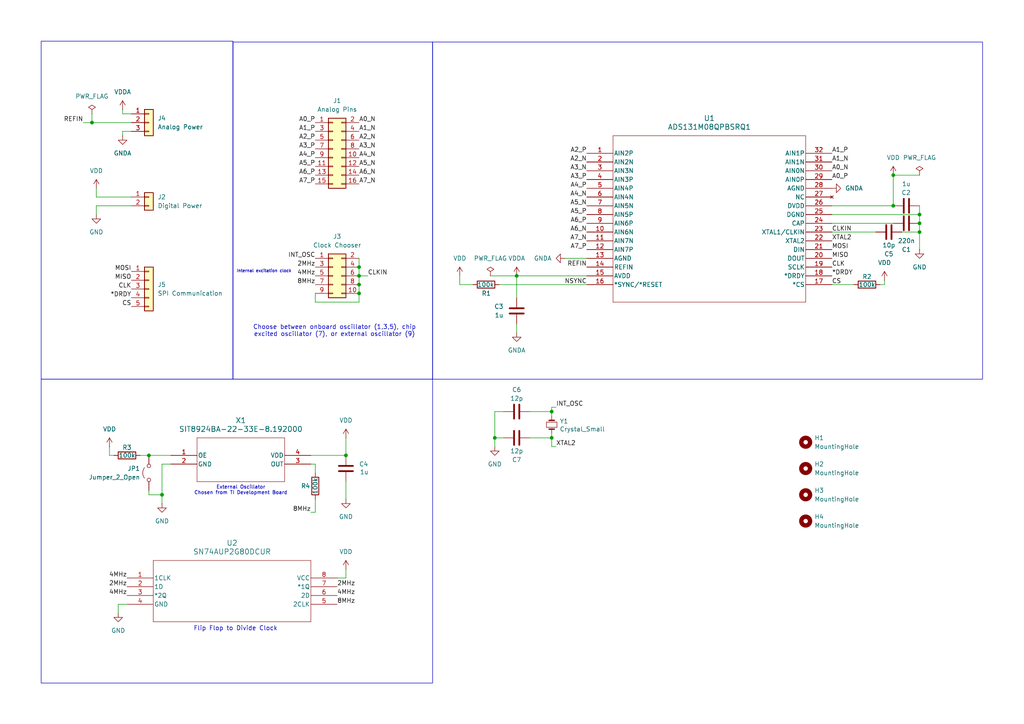
<source format=kicad_sch>
(kicad_sch
	(version 20231120)
	(generator "eeschema")
	(generator_version "8.0")
	(uuid "9e6f337e-b8cc-44e4-808a-ba1b350193a1")
	(paper "A4")
	(title_block
		(title "ADC Breakout Board")
		(date "2025-02-14")
		(rev "IR")
		(company "Longhorn Racing Solar")
	)
	(lib_symbols
		(symbol "2025-02-08_20-22-27:ADS131M08QPBSRQ1"
			(pin_names
				(offset 0.254)
			)
			(exclude_from_sim no)
			(in_bom yes)
			(on_board yes)
			(property "Reference" "U1"
				(at 35.56 10.16 0)
				(effects
					(font
						(size 1.524 1.524)
					)
				)
			)
			(property "Value" "ADS131M08QPBSRQ1"
				(at 35.56 7.62 0)
				(effects
					(font
						(size 1.524 1.524)
					)
				)
			)
			(property "Footprint" "TQFP32_PBS_TEX"
				(at 0 0 0)
				(effects
					(font
						(size 1.27 1.27)
						(italic yes)
					)
					(hide yes)
				)
			)
			(property "Datasheet" "ADS131M08QPBSRQ1"
				(at 0 0 0)
				(effects
					(font
						(size 1.27 1.27)
						(italic yes)
					)
					(hide yes)
				)
			)
			(property "Description" ""
				(at 0 0 0)
				(effects
					(font
						(size 1.27 1.27)
					)
					(hide yes)
				)
			)
			(property "ki_locked" ""
				(at 0 0 0)
				(effects
					(font
						(size 1.27 1.27)
					)
				)
			)
			(property "ki_keywords" "ADS131M08QPBSRQ1"
				(at 0 0 0)
				(effects
					(font
						(size 1.27 1.27)
					)
					(hide yes)
				)
			)
			(property "ki_fp_filters" "TQFP32_PBS_TEX TQFP32_PBS_TEX-M TQFP32_PBS_TEX-L"
				(at 0 0 0)
				(effects
					(font
						(size 1.27 1.27)
					)
					(hide yes)
				)
			)
			(symbol "ADS131M08QPBSRQ1_0_1"
				(polyline
					(pts
						(xy 7.62 -43.18) (xy 63.5 -43.18)
					)
					(stroke
						(width 0.127)
						(type default)
					)
					(fill
						(type none)
					)
				)
				(polyline
					(pts
						(xy 7.62 5.08) (xy 7.62 -43.18)
					)
					(stroke
						(width 0.127)
						(type default)
					)
					(fill
						(type none)
					)
				)
				(polyline
					(pts
						(xy 63.5 -43.18) (xy 63.5 5.08)
					)
					(stroke
						(width 0.127)
						(type default)
					)
					(fill
						(type none)
					)
				)
				(polyline
					(pts
						(xy 63.5 5.08) (xy 7.62 5.08)
					)
					(stroke
						(width 0.127)
						(type default)
					)
					(fill
						(type none)
					)
				)
				(pin input line
					(at 0 0 0)
					(length 7.62)
					(name "AIN2P"
						(effects
							(font
								(size 1.27 1.27)
							)
						)
					)
					(number "1"
						(effects
							(font
								(size 1.27 1.27)
							)
						)
					)
				)
				(pin input line
					(at 0 -22.86 0)
					(length 7.62)
					(name "AIN6N"
						(effects
							(font
								(size 1.27 1.27)
							)
						)
					)
					(number "10"
						(effects
							(font
								(size 1.27 1.27)
							)
						)
					)
				)
				(pin input line
					(at 0 -25.4 0)
					(length 7.62)
					(name "AIN7N"
						(effects
							(font
								(size 1.27 1.27)
							)
						)
					)
					(number "11"
						(effects
							(font
								(size 1.27 1.27)
							)
						)
					)
				)
				(pin input line
					(at 0 -27.94 0)
					(length 7.62)
					(name "AIN7P"
						(effects
							(font
								(size 1.27 1.27)
							)
						)
					)
					(number "12"
						(effects
							(font
								(size 1.27 1.27)
							)
						)
					)
				)
				(pin power_in line
					(at 0 -30.48 0)
					(length 7.62)
					(name "AGND"
						(effects
							(font
								(size 1.27 1.27)
							)
						)
					)
					(number "13"
						(effects
							(font
								(size 1.27 1.27)
							)
						)
					)
				)
				(pin power_in line
					(at 0 -33.02 0)
					(length 7.62)
					(name "REFIN"
						(effects
							(font
								(size 1.27 1.27)
							)
						)
					)
					(number "14"
						(effects
							(font
								(size 1.27 1.27)
							)
						)
					)
				)
				(pin power_in line
					(at 0 -35.56 0)
					(length 7.62)
					(name "AVDD"
						(effects
							(font
								(size 1.27 1.27)
							)
						)
					)
					(number "15"
						(effects
							(font
								(size 1.27 1.27)
							)
						)
					)
				)
				(pin input line
					(at 0 -38.1 0)
					(length 7.62)
					(name "*SYNC/*RESET"
						(effects
							(font
								(size 1.27 1.27)
							)
						)
					)
					(number "16"
						(effects
							(font
								(size 1.27 1.27)
							)
						)
					)
				)
				(pin input line
					(at 71.12 -38.1 180)
					(length 7.62)
					(name "*CS"
						(effects
							(font
								(size 1.27 1.27)
							)
						)
					)
					(number "17"
						(effects
							(font
								(size 1.27 1.27)
							)
						)
					)
				)
				(pin output line
					(at 71.12 -35.56 180)
					(length 7.62)
					(name "*DRDY"
						(effects
							(font
								(size 1.27 1.27)
							)
						)
					)
					(number "18"
						(effects
							(font
								(size 1.27 1.27)
							)
						)
					)
				)
				(pin input line
					(at 71.12 -33.02 180)
					(length 7.62)
					(name "SCLK"
						(effects
							(font
								(size 1.27 1.27)
							)
						)
					)
					(number "19"
						(effects
							(font
								(size 1.27 1.27)
							)
						)
					)
				)
				(pin input line
					(at 0 -2.54 0)
					(length 7.62)
					(name "AIN2N"
						(effects
							(font
								(size 1.27 1.27)
							)
						)
					)
					(number "2"
						(effects
							(font
								(size 1.27 1.27)
							)
						)
					)
				)
				(pin output line
					(at 71.12 -30.48 180)
					(length 7.62)
					(name "DOUT"
						(effects
							(font
								(size 1.27 1.27)
							)
						)
					)
					(number "20"
						(effects
							(font
								(size 1.27 1.27)
							)
						)
					)
				)
				(pin input line
					(at 71.12 -27.94 180)
					(length 7.62)
					(name "DIN"
						(effects
							(font
								(size 1.27 1.27)
							)
						)
					)
					(number "21"
						(effects
							(font
								(size 1.27 1.27)
							)
						)
					)
				)
				(pin output line
					(at 71.12 -25.4 180)
					(length 7.62)
					(name "XTAL2"
						(effects
							(font
								(size 1.27 1.27)
							)
						)
					)
					(number "22"
						(effects
							(font
								(size 1.27 1.27)
							)
						)
					)
				)
				(pin input line
					(at 71.12 -22.86 180)
					(length 7.62)
					(name "XTAL1/CLKIN"
						(effects
							(font
								(size 1.27 1.27)
							)
						)
					)
					(number "23"
						(effects
							(font
								(size 1.27 1.27)
							)
						)
					)
				)
				(pin output line
					(at 71.12 -20.32 180)
					(length 7.62)
					(name "CAP"
						(effects
							(font
								(size 1.27 1.27)
							)
						)
					)
					(number "24"
						(effects
							(font
								(size 1.27 1.27)
							)
						)
					)
				)
				(pin power_in line
					(at 71.12 -15.24 180)
					(length 7.62)
					(name "DVDD"
						(effects
							(font
								(size 1.27 1.27)
							)
						)
					)
					(number "26"
						(effects
							(font
								(size 1.27 1.27)
							)
						)
					)
				)
				(pin no_connect line
					(at 71.12 -12.7 180)
					(length 7.62)
					(name "NC"
						(effects
							(font
								(size 1.27 1.27)
							)
						)
					)
					(number "27"
						(effects
							(font
								(size 1.27 1.27)
							)
						)
					)
				)
				(pin power_out line
					(at 71.12 -10.16 180)
					(length 7.62)
					(name "AGND"
						(effects
							(font
								(size 1.27 1.27)
							)
						)
					)
					(number "28"
						(effects
							(font
								(size 1.27 1.27)
							)
						)
					)
				)
				(pin input line
					(at 71.12 -7.62 180)
					(length 7.62)
					(name "AIN0P"
						(effects
							(font
								(size 1.27 1.27)
							)
						)
					)
					(number "29"
						(effects
							(font
								(size 1.27 1.27)
							)
						)
					)
				)
				(pin input line
					(at 0 -5.08 0)
					(length 7.62)
					(name "AIN3N"
						(effects
							(font
								(size 1.27 1.27)
							)
						)
					)
					(number "3"
						(effects
							(font
								(size 1.27 1.27)
							)
						)
					)
				)
				(pin input line
					(at 71.12 -5.08 180)
					(length 7.62)
					(name "AIN0N"
						(effects
							(font
								(size 1.27 1.27)
							)
						)
					)
					(number "30"
						(effects
							(font
								(size 1.27 1.27)
							)
						)
					)
				)
				(pin input line
					(at 71.12 -2.54 180)
					(length 7.62)
					(name "AIN1N"
						(effects
							(font
								(size 1.27 1.27)
							)
						)
					)
					(number "31"
						(effects
							(font
								(size 1.27 1.27)
							)
						)
					)
				)
				(pin input line
					(at 71.12 0 180)
					(length 7.62)
					(name "AIN1P"
						(effects
							(font
								(size 1.27 1.27)
							)
						)
					)
					(number "32"
						(effects
							(font
								(size 1.27 1.27)
							)
						)
					)
				)
				(pin input line
					(at 0 -7.62 0)
					(length 7.62)
					(name "AIN3P"
						(effects
							(font
								(size 1.27 1.27)
							)
						)
					)
					(number "4"
						(effects
							(font
								(size 1.27 1.27)
							)
						)
					)
				)
				(pin input line
					(at 0 -10.16 0)
					(length 7.62)
					(name "AIN4P"
						(effects
							(font
								(size 1.27 1.27)
							)
						)
					)
					(number "5"
						(effects
							(font
								(size 1.27 1.27)
							)
						)
					)
				)
				(pin input line
					(at 0 -12.7 0)
					(length 7.62)
					(name "AIN4N"
						(effects
							(font
								(size 1.27 1.27)
							)
						)
					)
					(number "6"
						(effects
							(font
								(size 1.27 1.27)
							)
						)
					)
				)
				(pin input line
					(at 0 -15.24 0)
					(length 7.62)
					(name "AIN5N"
						(effects
							(font
								(size 1.27 1.27)
							)
						)
					)
					(number "7"
						(effects
							(font
								(size 1.27 1.27)
							)
						)
					)
				)
				(pin input line
					(at 0 -17.78 0)
					(length 7.62)
					(name "AIN5P"
						(effects
							(font
								(size 1.27 1.27)
							)
						)
					)
					(number "8"
						(effects
							(font
								(size 1.27 1.27)
							)
						)
					)
				)
				(pin input line
					(at 0 -20.32 0)
					(length 7.62)
					(name "AIN6P"
						(effects
							(font
								(size 1.27 1.27)
							)
						)
					)
					(number "9"
						(effects
							(font
								(size 1.27 1.27)
							)
						)
					)
				)
			)
			(symbol "ADS131M08QPBSRQ1_1_1"
				(pin power_in line
					(at 71.12 -17.78 180)
					(length 7.62)
					(name "DGND"
						(effects
							(font
								(size 1.27 1.27)
							)
						)
					)
					(number "25"
						(effects
							(font
								(size 1.27 1.27)
							)
						)
					)
				)
			)
		)
		(symbol "Connector_Generic:Conn_01x02"
			(pin_names
				(offset 1.016) hide)
			(exclude_from_sim no)
			(in_bom yes)
			(on_board yes)
			(property "Reference" "J"
				(at 0 2.54 0)
				(effects
					(font
						(size 1.27 1.27)
					)
				)
			)
			(property "Value" "Conn_01x02"
				(at 0 -5.08 0)
				(effects
					(font
						(size 1.27 1.27)
					)
				)
			)
			(property "Footprint" ""
				(at 0 0 0)
				(effects
					(font
						(size 1.27 1.27)
					)
					(hide yes)
				)
			)
			(property "Datasheet" "~"
				(at 0 0 0)
				(effects
					(font
						(size 1.27 1.27)
					)
					(hide yes)
				)
			)
			(property "Description" "Generic connector, single row, 01x02, script generated (kicad-library-utils/schlib/autogen/connector/)"
				(at 0 0 0)
				(effects
					(font
						(size 1.27 1.27)
					)
					(hide yes)
				)
			)
			(property "ki_keywords" "connector"
				(at 0 0 0)
				(effects
					(font
						(size 1.27 1.27)
					)
					(hide yes)
				)
			)
			(property "ki_fp_filters" "Connector*:*_1x??_*"
				(at 0 0 0)
				(effects
					(font
						(size 1.27 1.27)
					)
					(hide yes)
				)
			)
			(symbol "Conn_01x02_1_1"
				(rectangle
					(start -1.27 -2.413)
					(end 0 -2.667)
					(stroke
						(width 0.1524)
						(type default)
					)
					(fill
						(type none)
					)
				)
				(rectangle
					(start -1.27 0.127)
					(end 0 -0.127)
					(stroke
						(width 0.1524)
						(type default)
					)
					(fill
						(type none)
					)
				)
				(rectangle
					(start -1.27 1.27)
					(end 1.27 -3.81)
					(stroke
						(width 0.254)
						(type default)
					)
					(fill
						(type background)
					)
				)
				(pin passive line
					(at -5.08 0 0)
					(length 3.81)
					(name "Pin_1"
						(effects
							(font
								(size 1.27 1.27)
							)
						)
					)
					(number "1"
						(effects
							(font
								(size 1.27 1.27)
							)
						)
					)
				)
				(pin passive line
					(at -5.08 -2.54 0)
					(length 3.81)
					(name "Pin_2"
						(effects
							(font
								(size 1.27 1.27)
							)
						)
					)
					(number "2"
						(effects
							(font
								(size 1.27 1.27)
							)
						)
					)
				)
			)
		)
		(symbol "Connector_Generic:Conn_01x03"
			(pin_names
				(offset 1.016) hide)
			(exclude_from_sim no)
			(in_bom yes)
			(on_board yes)
			(property "Reference" "J"
				(at 0 5.08 0)
				(effects
					(font
						(size 1.27 1.27)
					)
				)
			)
			(property "Value" "Conn_01x03"
				(at 0 -5.08 0)
				(effects
					(font
						(size 1.27 1.27)
					)
				)
			)
			(property "Footprint" ""
				(at 0 0 0)
				(effects
					(font
						(size 1.27 1.27)
					)
					(hide yes)
				)
			)
			(property "Datasheet" "~"
				(at 0 0 0)
				(effects
					(font
						(size 1.27 1.27)
					)
					(hide yes)
				)
			)
			(property "Description" "Generic connector, single row, 01x03, script generated (kicad-library-utils/schlib/autogen/connector/)"
				(at 0 0 0)
				(effects
					(font
						(size 1.27 1.27)
					)
					(hide yes)
				)
			)
			(property "ki_keywords" "connector"
				(at 0 0 0)
				(effects
					(font
						(size 1.27 1.27)
					)
					(hide yes)
				)
			)
			(property "ki_fp_filters" "Connector*:*_1x??_*"
				(at 0 0 0)
				(effects
					(font
						(size 1.27 1.27)
					)
					(hide yes)
				)
			)
			(symbol "Conn_01x03_1_1"
				(rectangle
					(start -1.27 -2.413)
					(end 0 -2.667)
					(stroke
						(width 0.1524)
						(type default)
					)
					(fill
						(type none)
					)
				)
				(rectangle
					(start -1.27 0.127)
					(end 0 -0.127)
					(stroke
						(width 0.1524)
						(type default)
					)
					(fill
						(type none)
					)
				)
				(rectangle
					(start -1.27 2.667)
					(end 0 2.413)
					(stroke
						(width 0.1524)
						(type default)
					)
					(fill
						(type none)
					)
				)
				(rectangle
					(start -1.27 3.81)
					(end 1.27 -3.81)
					(stroke
						(width 0.254)
						(type default)
					)
					(fill
						(type background)
					)
				)
				(pin passive line
					(at -5.08 2.54 0)
					(length 3.81)
					(name "Pin_1"
						(effects
							(font
								(size 1.27 1.27)
							)
						)
					)
					(number "1"
						(effects
							(font
								(size 1.27 1.27)
							)
						)
					)
				)
				(pin passive line
					(at -5.08 0 0)
					(length 3.81)
					(name "Pin_2"
						(effects
							(font
								(size 1.27 1.27)
							)
						)
					)
					(number "2"
						(effects
							(font
								(size 1.27 1.27)
							)
						)
					)
				)
				(pin passive line
					(at -5.08 -2.54 0)
					(length 3.81)
					(name "Pin_3"
						(effects
							(font
								(size 1.27 1.27)
							)
						)
					)
					(number "3"
						(effects
							(font
								(size 1.27 1.27)
							)
						)
					)
				)
			)
		)
		(symbol "Connector_Generic:Conn_01x05"
			(pin_names
				(offset 1.016) hide)
			(exclude_from_sim no)
			(in_bom yes)
			(on_board yes)
			(property "Reference" "J"
				(at 0 7.62 0)
				(effects
					(font
						(size 1.27 1.27)
					)
				)
			)
			(property "Value" "Conn_01x05"
				(at 0 -7.62 0)
				(effects
					(font
						(size 1.27 1.27)
					)
				)
			)
			(property "Footprint" ""
				(at 0 0 0)
				(effects
					(font
						(size 1.27 1.27)
					)
					(hide yes)
				)
			)
			(property "Datasheet" "~"
				(at 0 0 0)
				(effects
					(font
						(size 1.27 1.27)
					)
					(hide yes)
				)
			)
			(property "Description" "Generic connector, single row, 01x05, script generated (kicad-library-utils/schlib/autogen/connector/)"
				(at 0 0 0)
				(effects
					(font
						(size 1.27 1.27)
					)
					(hide yes)
				)
			)
			(property "ki_keywords" "connector"
				(at 0 0 0)
				(effects
					(font
						(size 1.27 1.27)
					)
					(hide yes)
				)
			)
			(property "ki_fp_filters" "Connector*:*_1x??_*"
				(at 0 0 0)
				(effects
					(font
						(size 1.27 1.27)
					)
					(hide yes)
				)
			)
			(symbol "Conn_01x05_1_1"
				(rectangle
					(start -1.27 -4.953)
					(end 0 -5.207)
					(stroke
						(width 0.1524)
						(type default)
					)
					(fill
						(type none)
					)
				)
				(rectangle
					(start -1.27 -2.413)
					(end 0 -2.667)
					(stroke
						(width 0.1524)
						(type default)
					)
					(fill
						(type none)
					)
				)
				(rectangle
					(start -1.27 0.127)
					(end 0 -0.127)
					(stroke
						(width 0.1524)
						(type default)
					)
					(fill
						(type none)
					)
				)
				(rectangle
					(start -1.27 2.667)
					(end 0 2.413)
					(stroke
						(width 0.1524)
						(type default)
					)
					(fill
						(type none)
					)
				)
				(rectangle
					(start -1.27 5.207)
					(end 0 4.953)
					(stroke
						(width 0.1524)
						(type default)
					)
					(fill
						(type none)
					)
				)
				(rectangle
					(start -1.27 6.35)
					(end 1.27 -6.35)
					(stroke
						(width 0.254)
						(type default)
					)
					(fill
						(type background)
					)
				)
				(pin passive line
					(at -5.08 5.08 0)
					(length 3.81)
					(name "Pin_1"
						(effects
							(font
								(size 1.27 1.27)
							)
						)
					)
					(number "1"
						(effects
							(font
								(size 1.27 1.27)
							)
						)
					)
				)
				(pin passive line
					(at -5.08 2.54 0)
					(length 3.81)
					(name "Pin_2"
						(effects
							(font
								(size 1.27 1.27)
							)
						)
					)
					(number "2"
						(effects
							(font
								(size 1.27 1.27)
							)
						)
					)
				)
				(pin passive line
					(at -5.08 0 0)
					(length 3.81)
					(name "Pin_3"
						(effects
							(font
								(size 1.27 1.27)
							)
						)
					)
					(number "3"
						(effects
							(font
								(size 1.27 1.27)
							)
						)
					)
				)
				(pin passive line
					(at -5.08 -2.54 0)
					(length 3.81)
					(name "Pin_4"
						(effects
							(font
								(size 1.27 1.27)
							)
						)
					)
					(number "4"
						(effects
							(font
								(size 1.27 1.27)
							)
						)
					)
				)
				(pin passive line
					(at -5.08 -5.08 0)
					(length 3.81)
					(name "Pin_5"
						(effects
							(font
								(size 1.27 1.27)
							)
						)
					)
					(number "5"
						(effects
							(font
								(size 1.27 1.27)
							)
						)
					)
				)
			)
		)
		(symbol "Connector_Generic:Conn_02x05_Odd_Even"
			(pin_names
				(offset 1.016) hide)
			(exclude_from_sim no)
			(in_bom yes)
			(on_board yes)
			(property "Reference" "J"
				(at 1.27 7.62 0)
				(effects
					(font
						(size 1.27 1.27)
					)
				)
			)
			(property "Value" "Conn_02x05_Odd_Even"
				(at 1.27 -7.62 0)
				(effects
					(font
						(size 1.27 1.27)
					)
				)
			)
			(property "Footprint" ""
				(at 0 0 0)
				(effects
					(font
						(size 1.27 1.27)
					)
					(hide yes)
				)
			)
			(property "Datasheet" "~"
				(at 0 0 0)
				(effects
					(font
						(size 1.27 1.27)
					)
					(hide yes)
				)
			)
			(property "Description" "Generic connector, double row, 02x05, odd/even pin numbering scheme (row 1 odd numbers, row 2 even numbers), script generated (kicad-library-utils/schlib/autogen/connector/)"
				(at 0 0 0)
				(effects
					(font
						(size 1.27 1.27)
					)
					(hide yes)
				)
			)
			(property "ki_keywords" "connector"
				(at 0 0 0)
				(effects
					(font
						(size 1.27 1.27)
					)
					(hide yes)
				)
			)
			(property "ki_fp_filters" "Connector*:*_2x??_*"
				(at 0 0 0)
				(effects
					(font
						(size 1.27 1.27)
					)
					(hide yes)
				)
			)
			(symbol "Conn_02x05_Odd_Even_1_1"
				(rectangle
					(start -1.27 -4.953)
					(end 0 -5.207)
					(stroke
						(width 0.1524)
						(type default)
					)
					(fill
						(type none)
					)
				)
				(rectangle
					(start -1.27 -2.413)
					(end 0 -2.667)
					(stroke
						(width 0.1524)
						(type default)
					)
					(fill
						(type none)
					)
				)
				(rectangle
					(start -1.27 0.127)
					(end 0 -0.127)
					(stroke
						(width 0.1524)
						(type default)
					)
					(fill
						(type none)
					)
				)
				(rectangle
					(start -1.27 2.667)
					(end 0 2.413)
					(stroke
						(width 0.1524)
						(type default)
					)
					(fill
						(type none)
					)
				)
				(rectangle
					(start -1.27 5.207)
					(end 0 4.953)
					(stroke
						(width 0.1524)
						(type default)
					)
					(fill
						(type none)
					)
				)
				(rectangle
					(start -1.27 6.35)
					(end 3.81 -6.35)
					(stroke
						(width 0.254)
						(type default)
					)
					(fill
						(type background)
					)
				)
				(rectangle
					(start 3.81 -4.953)
					(end 2.54 -5.207)
					(stroke
						(width 0.1524)
						(type default)
					)
					(fill
						(type none)
					)
				)
				(rectangle
					(start 3.81 -2.413)
					(end 2.54 -2.667)
					(stroke
						(width 0.1524)
						(type default)
					)
					(fill
						(type none)
					)
				)
				(rectangle
					(start 3.81 0.127)
					(end 2.54 -0.127)
					(stroke
						(width 0.1524)
						(type default)
					)
					(fill
						(type none)
					)
				)
				(rectangle
					(start 3.81 2.667)
					(end 2.54 2.413)
					(stroke
						(width 0.1524)
						(type default)
					)
					(fill
						(type none)
					)
				)
				(rectangle
					(start 3.81 5.207)
					(end 2.54 4.953)
					(stroke
						(width 0.1524)
						(type default)
					)
					(fill
						(type none)
					)
				)
				(pin passive line
					(at -5.08 5.08 0)
					(length 3.81)
					(name "Pin_1"
						(effects
							(font
								(size 1.27 1.27)
							)
						)
					)
					(number "1"
						(effects
							(font
								(size 1.27 1.27)
							)
						)
					)
				)
				(pin passive line
					(at 7.62 -5.08 180)
					(length 3.81)
					(name "Pin_10"
						(effects
							(font
								(size 1.27 1.27)
							)
						)
					)
					(number "10"
						(effects
							(font
								(size 1.27 1.27)
							)
						)
					)
				)
				(pin passive line
					(at 7.62 5.08 180)
					(length 3.81)
					(name "Pin_2"
						(effects
							(font
								(size 1.27 1.27)
							)
						)
					)
					(number "2"
						(effects
							(font
								(size 1.27 1.27)
							)
						)
					)
				)
				(pin passive line
					(at -5.08 2.54 0)
					(length 3.81)
					(name "Pin_3"
						(effects
							(font
								(size 1.27 1.27)
							)
						)
					)
					(number "3"
						(effects
							(font
								(size 1.27 1.27)
							)
						)
					)
				)
				(pin passive line
					(at 7.62 2.54 180)
					(length 3.81)
					(name "Pin_4"
						(effects
							(font
								(size 1.27 1.27)
							)
						)
					)
					(number "4"
						(effects
							(font
								(size 1.27 1.27)
							)
						)
					)
				)
				(pin passive line
					(at -5.08 0 0)
					(length 3.81)
					(name "Pin_5"
						(effects
							(font
								(size 1.27 1.27)
							)
						)
					)
					(number "5"
						(effects
							(font
								(size 1.27 1.27)
							)
						)
					)
				)
				(pin passive line
					(at 7.62 0 180)
					(length 3.81)
					(name "Pin_6"
						(effects
							(font
								(size 1.27 1.27)
							)
						)
					)
					(number "6"
						(effects
							(font
								(size 1.27 1.27)
							)
						)
					)
				)
				(pin passive line
					(at -5.08 -2.54 0)
					(length 3.81)
					(name "Pin_7"
						(effects
							(font
								(size 1.27 1.27)
							)
						)
					)
					(number "7"
						(effects
							(font
								(size 1.27 1.27)
							)
						)
					)
				)
				(pin passive line
					(at 7.62 -2.54 180)
					(length 3.81)
					(name "Pin_8"
						(effects
							(font
								(size 1.27 1.27)
							)
						)
					)
					(number "8"
						(effects
							(font
								(size 1.27 1.27)
							)
						)
					)
				)
				(pin passive line
					(at -5.08 -5.08 0)
					(length 3.81)
					(name "Pin_9"
						(effects
							(font
								(size 1.27 1.27)
							)
						)
					)
					(number "9"
						(effects
							(font
								(size 1.27 1.27)
							)
						)
					)
				)
			)
		)
		(symbol "Connector_Generic:Conn_02x08_Odd_Even"
			(pin_names
				(offset 1.016) hide)
			(exclude_from_sim no)
			(in_bom yes)
			(on_board yes)
			(property "Reference" "J"
				(at 1.27 10.16 0)
				(effects
					(font
						(size 1.27 1.27)
					)
				)
			)
			(property "Value" "Conn_02x08_Odd_Even"
				(at 1.27 -12.7 0)
				(effects
					(font
						(size 1.27 1.27)
					)
				)
			)
			(property "Footprint" ""
				(at 0 0 0)
				(effects
					(font
						(size 1.27 1.27)
					)
					(hide yes)
				)
			)
			(property "Datasheet" "~"
				(at 0 0 0)
				(effects
					(font
						(size 1.27 1.27)
					)
					(hide yes)
				)
			)
			(property "Description" "Generic connector, double row, 02x08, odd/even pin numbering scheme (row 1 odd numbers, row 2 even numbers), script generated (kicad-library-utils/schlib/autogen/connector/)"
				(at 0 0 0)
				(effects
					(font
						(size 1.27 1.27)
					)
					(hide yes)
				)
			)
			(property "ki_keywords" "connector"
				(at 0 0 0)
				(effects
					(font
						(size 1.27 1.27)
					)
					(hide yes)
				)
			)
			(property "ki_fp_filters" "Connector*:*_2x??_*"
				(at 0 0 0)
				(effects
					(font
						(size 1.27 1.27)
					)
					(hide yes)
				)
			)
			(symbol "Conn_02x08_Odd_Even_1_1"
				(rectangle
					(start -1.27 -10.033)
					(end 0 -10.287)
					(stroke
						(width 0.1524)
						(type default)
					)
					(fill
						(type none)
					)
				)
				(rectangle
					(start -1.27 -7.493)
					(end 0 -7.747)
					(stroke
						(width 0.1524)
						(type default)
					)
					(fill
						(type none)
					)
				)
				(rectangle
					(start -1.27 -4.953)
					(end 0 -5.207)
					(stroke
						(width 0.1524)
						(type default)
					)
					(fill
						(type none)
					)
				)
				(rectangle
					(start -1.27 -2.413)
					(end 0 -2.667)
					(stroke
						(width 0.1524)
						(type default)
					)
					(fill
						(type none)
					)
				)
				(rectangle
					(start -1.27 0.127)
					(end 0 -0.127)
					(stroke
						(width 0.1524)
						(type default)
					)
					(fill
						(type none)
					)
				)
				(rectangle
					(start -1.27 2.667)
					(end 0 2.413)
					(stroke
						(width 0.1524)
						(type default)
					)
					(fill
						(type none)
					)
				)
				(rectangle
					(start -1.27 5.207)
					(end 0 4.953)
					(stroke
						(width 0.1524)
						(type default)
					)
					(fill
						(type none)
					)
				)
				(rectangle
					(start -1.27 7.747)
					(end 0 7.493)
					(stroke
						(width 0.1524)
						(type default)
					)
					(fill
						(type none)
					)
				)
				(rectangle
					(start -1.27 8.89)
					(end 3.81 -11.43)
					(stroke
						(width 0.254)
						(type default)
					)
					(fill
						(type background)
					)
				)
				(rectangle
					(start 3.81 -10.033)
					(end 2.54 -10.287)
					(stroke
						(width 0.1524)
						(type default)
					)
					(fill
						(type none)
					)
				)
				(rectangle
					(start 3.81 -7.493)
					(end 2.54 -7.747)
					(stroke
						(width 0.1524)
						(type default)
					)
					(fill
						(type none)
					)
				)
				(rectangle
					(start 3.81 -4.953)
					(end 2.54 -5.207)
					(stroke
						(width 0.1524)
						(type default)
					)
					(fill
						(type none)
					)
				)
				(rectangle
					(start 3.81 -2.413)
					(end 2.54 -2.667)
					(stroke
						(width 0.1524)
						(type default)
					)
					(fill
						(type none)
					)
				)
				(rectangle
					(start 3.81 0.127)
					(end 2.54 -0.127)
					(stroke
						(width 0.1524)
						(type default)
					)
					(fill
						(type none)
					)
				)
				(rectangle
					(start 3.81 2.667)
					(end 2.54 2.413)
					(stroke
						(width 0.1524)
						(type default)
					)
					(fill
						(type none)
					)
				)
				(rectangle
					(start 3.81 5.207)
					(end 2.54 4.953)
					(stroke
						(width 0.1524)
						(type default)
					)
					(fill
						(type none)
					)
				)
				(rectangle
					(start 3.81 7.747)
					(end 2.54 7.493)
					(stroke
						(width 0.1524)
						(type default)
					)
					(fill
						(type none)
					)
				)
				(pin passive line
					(at -5.08 7.62 0)
					(length 3.81)
					(name "Pin_1"
						(effects
							(font
								(size 1.27 1.27)
							)
						)
					)
					(number "1"
						(effects
							(font
								(size 1.27 1.27)
							)
						)
					)
				)
				(pin passive line
					(at 7.62 -2.54 180)
					(length 3.81)
					(name "Pin_10"
						(effects
							(font
								(size 1.27 1.27)
							)
						)
					)
					(number "10"
						(effects
							(font
								(size 1.27 1.27)
							)
						)
					)
				)
				(pin passive line
					(at -5.08 -5.08 0)
					(length 3.81)
					(name "Pin_11"
						(effects
							(font
								(size 1.27 1.27)
							)
						)
					)
					(number "11"
						(effects
							(font
								(size 1.27 1.27)
							)
						)
					)
				)
				(pin passive line
					(at 7.62 -5.08 180)
					(length 3.81)
					(name "Pin_12"
						(effects
							(font
								(size 1.27 1.27)
							)
						)
					)
					(number "12"
						(effects
							(font
								(size 1.27 1.27)
							)
						)
					)
				)
				(pin passive line
					(at -5.08 -7.62 0)
					(length 3.81)
					(name "Pin_13"
						(effects
							(font
								(size 1.27 1.27)
							)
						)
					)
					(number "13"
						(effects
							(font
								(size 1.27 1.27)
							)
						)
					)
				)
				(pin passive line
					(at 7.62 -7.62 180)
					(length 3.81)
					(name "Pin_14"
						(effects
							(font
								(size 1.27 1.27)
							)
						)
					)
					(number "14"
						(effects
							(font
								(size 1.27 1.27)
							)
						)
					)
				)
				(pin passive line
					(at -5.08 -10.16 0)
					(length 3.81)
					(name "Pin_15"
						(effects
							(font
								(size 1.27 1.27)
							)
						)
					)
					(number "15"
						(effects
							(font
								(size 1.27 1.27)
							)
						)
					)
				)
				(pin passive line
					(at 7.62 -10.16 180)
					(length 3.81)
					(name "Pin_16"
						(effects
							(font
								(size 1.27 1.27)
							)
						)
					)
					(number "16"
						(effects
							(font
								(size 1.27 1.27)
							)
						)
					)
				)
				(pin passive line
					(at 7.62 7.62 180)
					(length 3.81)
					(name "Pin_2"
						(effects
							(font
								(size 1.27 1.27)
							)
						)
					)
					(number "2"
						(effects
							(font
								(size 1.27 1.27)
							)
						)
					)
				)
				(pin passive line
					(at -5.08 5.08 0)
					(length 3.81)
					(name "Pin_3"
						(effects
							(font
								(size 1.27 1.27)
							)
						)
					)
					(number "3"
						(effects
							(font
								(size 1.27 1.27)
							)
						)
					)
				)
				(pin passive line
					(at 7.62 5.08 180)
					(length 3.81)
					(name "Pin_4"
						(effects
							(font
								(size 1.27 1.27)
							)
						)
					)
					(number "4"
						(effects
							(font
								(size 1.27 1.27)
							)
						)
					)
				)
				(pin passive line
					(at -5.08 2.54 0)
					(length 3.81)
					(name "Pin_5"
						(effects
							(font
								(size 1.27 1.27)
							)
						)
					)
					(number "5"
						(effects
							(font
								(size 1.27 1.27)
							)
						)
					)
				)
				(pin passive line
					(at 7.62 2.54 180)
					(length 3.81)
					(name "Pin_6"
						(effects
							(font
								(size 1.27 1.27)
							)
						)
					)
					(number "6"
						(effects
							(font
								(size 1.27 1.27)
							)
						)
					)
				)
				(pin passive line
					(at -5.08 0 0)
					(length 3.81)
					(name "Pin_7"
						(effects
							(font
								(size 1.27 1.27)
							)
						)
					)
					(number "7"
						(effects
							(font
								(size 1.27 1.27)
							)
						)
					)
				)
				(pin passive line
					(at 7.62 0 180)
					(length 3.81)
					(name "Pin_8"
						(effects
							(font
								(size 1.27 1.27)
							)
						)
					)
					(number "8"
						(effects
							(font
								(size 1.27 1.27)
							)
						)
					)
				)
				(pin passive line
					(at -5.08 -2.54 0)
					(length 3.81)
					(name "Pin_9"
						(effects
							(font
								(size 1.27 1.27)
							)
						)
					)
					(number "9"
						(effects
							(font
								(size 1.27 1.27)
							)
						)
					)
				)
			)
		)
		(symbol "Device:C"
			(pin_numbers hide)
			(pin_names
				(offset 0.254)
			)
			(exclude_from_sim no)
			(in_bom yes)
			(on_board yes)
			(property "Reference" "C"
				(at 0.635 2.54 0)
				(effects
					(font
						(size 1.27 1.27)
					)
					(justify left)
				)
			)
			(property "Value" "C"
				(at 0.635 -2.54 0)
				(effects
					(font
						(size 1.27 1.27)
					)
					(justify left)
				)
			)
			(property "Footprint" ""
				(at 0.9652 -3.81 0)
				(effects
					(font
						(size 1.27 1.27)
					)
					(hide yes)
				)
			)
			(property "Datasheet" "~"
				(at 0 0 0)
				(effects
					(font
						(size 1.27 1.27)
					)
					(hide yes)
				)
			)
			(property "Description" "Unpolarized capacitor"
				(at 0 0 0)
				(effects
					(font
						(size 1.27 1.27)
					)
					(hide yes)
				)
			)
			(property "ki_keywords" "cap capacitor"
				(at 0 0 0)
				(effects
					(font
						(size 1.27 1.27)
					)
					(hide yes)
				)
			)
			(property "ki_fp_filters" "C_*"
				(at 0 0 0)
				(effects
					(font
						(size 1.27 1.27)
					)
					(hide yes)
				)
			)
			(symbol "C_0_1"
				(polyline
					(pts
						(xy -2.032 -0.762) (xy 2.032 -0.762)
					)
					(stroke
						(width 0.508)
						(type default)
					)
					(fill
						(type none)
					)
				)
				(polyline
					(pts
						(xy -2.032 0.762) (xy 2.032 0.762)
					)
					(stroke
						(width 0.508)
						(type default)
					)
					(fill
						(type none)
					)
				)
			)
			(symbol "C_1_1"
				(pin passive line
					(at 0 3.81 270)
					(length 2.794)
					(name "~"
						(effects
							(font
								(size 1.27 1.27)
							)
						)
					)
					(number "1"
						(effects
							(font
								(size 1.27 1.27)
							)
						)
					)
				)
				(pin passive line
					(at 0 -3.81 90)
					(length 2.794)
					(name "~"
						(effects
							(font
								(size 1.27 1.27)
							)
						)
					)
					(number "2"
						(effects
							(font
								(size 1.27 1.27)
							)
						)
					)
				)
			)
		)
		(symbol "Device:Crystal_Small"
			(pin_numbers hide)
			(pin_names
				(offset 1.016) hide)
			(exclude_from_sim no)
			(in_bom yes)
			(on_board yes)
			(property "Reference" "Y"
				(at 0 2.54 0)
				(effects
					(font
						(size 1.27 1.27)
					)
				)
			)
			(property "Value" "Crystal_Small"
				(at 0 -2.54 0)
				(effects
					(font
						(size 1.27 1.27)
					)
				)
			)
			(property "Footprint" ""
				(at 0 0 0)
				(effects
					(font
						(size 1.27 1.27)
					)
					(hide yes)
				)
			)
			(property "Datasheet" "~"
				(at 0 0 0)
				(effects
					(font
						(size 1.27 1.27)
					)
					(hide yes)
				)
			)
			(property "Description" "Two pin crystal, small symbol"
				(at 0 0 0)
				(effects
					(font
						(size 1.27 1.27)
					)
					(hide yes)
				)
			)
			(property "ki_keywords" "quartz ceramic resonator oscillator"
				(at 0 0 0)
				(effects
					(font
						(size 1.27 1.27)
					)
					(hide yes)
				)
			)
			(property "ki_fp_filters" "Crystal*"
				(at 0 0 0)
				(effects
					(font
						(size 1.27 1.27)
					)
					(hide yes)
				)
			)
			(symbol "Crystal_Small_0_1"
				(rectangle
					(start -0.762 -1.524)
					(end 0.762 1.524)
					(stroke
						(width 0)
						(type default)
					)
					(fill
						(type none)
					)
				)
				(polyline
					(pts
						(xy -1.27 -0.762) (xy -1.27 0.762)
					)
					(stroke
						(width 0.381)
						(type default)
					)
					(fill
						(type none)
					)
				)
				(polyline
					(pts
						(xy 1.27 -0.762) (xy 1.27 0.762)
					)
					(stroke
						(width 0.381)
						(type default)
					)
					(fill
						(type none)
					)
				)
			)
			(symbol "Crystal_Small_1_1"
				(pin passive line
					(at -2.54 0 0)
					(length 1.27)
					(name "1"
						(effects
							(font
								(size 1.27 1.27)
							)
						)
					)
					(number "1"
						(effects
							(font
								(size 1.27 1.27)
							)
						)
					)
				)
				(pin passive line
					(at 2.54 0 180)
					(length 1.27)
					(name "2"
						(effects
							(font
								(size 1.27 1.27)
							)
						)
					)
					(number "2"
						(effects
							(font
								(size 1.27 1.27)
							)
						)
					)
				)
			)
		)
		(symbol "Device:R"
			(pin_numbers hide)
			(pin_names
				(offset 0)
			)
			(exclude_from_sim no)
			(in_bom yes)
			(on_board yes)
			(property "Reference" "R"
				(at 2.032 0 90)
				(effects
					(font
						(size 1.27 1.27)
					)
				)
			)
			(property "Value" "R"
				(at 0 0 90)
				(effects
					(font
						(size 1.27 1.27)
					)
				)
			)
			(property "Footprint" ""
				(at -1.778 0 90)
				(effects
					(font
						(size 1.27 1.27)
					)
					(hide yes)
				)
			)
			(property "Datasheet" "~"
				(at 0 0 0)
				(effects
					(font
						(size 1.27 1.27)
					)
					(hide yes)
				)
			)
			(property "Description" "Resistor"
				(at 0 0 0)
				(effects
					(font
						(size 1.27 1.27)
					)
					(hide yes)
				)
			)
			(property "ki_keywords" "R res resistor"
				(at 0 0 0)
				(effects
					(font
						(size 1.27 1.27)
					)
					(hide yes)
				)
			)
			(property "ki_fp_filters" "R_*"
				(at 0 0 0)
				(effects
					(font
						(size 1.27 1.27)
					)
					(hide yes)
				)
			)
			(symbol "R_0_1"
				(rectangle
					(start -1.016 -2.54)
					(end 1.016 2.54)
					(stroke
						(width 0.254)
						(type default)
					)
					(fill
						(type none)
					)
				)
			)
			(symbol "R_1_1"
				(pin passive line
					(at 0 3.81 270)
					(length 1.27)
					(name "~"
						(effects
							(font
								(size 1.27 1.27)
							)
						)
					)
					(number "1"
						(effects
							(font
								(size 1.27 1.27)
							)
						)
					)
				)
				(pin passive line
					(at 0 -3.81 90)
					(length 1.27)
					(name "~"
						(effects
							(font
								(size 1.27 1.27)
							)
						)
					)
					(number "2"
						(effects
							(font
								(size 1.27 1.27)
							)
						)
					)
				)
			)
		)
		(symbol "Jumper:Jumper_2_Open"
			(pin_numbers hide)
			(pin_names
				(offset 0) hide)
			(exclude_from_sim yes)
			(in_bom yes)
			(on_board yes)
			(property "Reference" "JP"
				(at 0 2.794 0)
				(effects
					(font
						(size 1.27 1.27)
					)
				)
			)
			(property "Value" "Jumper_2_Open"
				(at 0 -2.286 0)
				(effects
					(font
						(size 1.27 1.27)
					)
				)
			)
			(property "Footprint" ""
				(at 0 0 0)
				(effects
					(font
						(size 1.27 1.27)
					)
					(hide yes)
				)
			)
			(property "Datasheet" "~"
				(at 0 0 0)
				(effects
					(font
						(size 1.27 1.27)
					)
					(hide yes)
				)
			)
			(property "Description" "Jumper, 2-pole, open"
				(at 0 0 0)
				(effects
					(font
						(size 1.27 1.27)
					)
					(hide yes)
				)
			)
			(property "ki_keywords" "Jumper SPST"
				(at 0 0 0)
				(effects
					(font
						(size 1.27 1.27)
					)
					(hide yes)
				)
			)
			(property "ki_fp_filters" "Jumper* TestPoint*2Pads* TestPoint*Bridge*"
				(at 0 0 0)
				(effects
					(font
						(size 1.27 1.27)
					)
					(hide yes)
				)
			)
			(symbol "Jumper_2_Open_0_0"
				(circle
					(center -2.032 0)
					(radius 0.508)
					(stroke
						(width 0)
						(type default)
					)
					(fill
						(type none)
					)
				)
				(circle
					(center 2.032 0)
					(radius 0.508)
					(stroke
						(width 0)
						(type default)
					)
					(fill
						(type none)
					)
				)
			)
			(symbol "Jumper_2_Open_0_1"
				(arc
					(start 1.524 1.27)
					(mid 0 1.778)
					(end -1.524 1.27)
					(stroke
						(width 0)
						(type default)
					)
					(fill
						(type none)
					)
				)
			)
			(symbol "Jumper_2_Open_1_1"
				(pin passive line
					(at -5.08 0 0)
					(length 2.54)
					(name "A"
						(effects
							(font
								(size 1.27 1.27)
							)
						)
					)
					(number "1"
						(effects
							(font
								(size 1.27 1.27)
							)
						)
					)
				)
				(pin passive line
					(at 5.08 0 180)
					(length 2.54)
					(name "B"
						(effects
							(font
								(size 1.27 1.27)
							)
						)
					)
					(number "2"
						(effects
							(font
								(size 1.27 1.27)
							)
						)
					)
				)
			)
		)
		(symbol "Mechanical:MountingHole"
			(pin_names
				(offset 1.016)
			)
			(exclude_from_sim yes)
			(in_bom no)
			(on_board yes)
			(property "Reference" "H"
				(at 0 5.08 0)
				(effects
					(font
						(size 1.27 1.27)
					)
				)
			)
			(property "Value" "MountingHole"
				(at 0 3.175 0)
				(effects
					(font
						(size 1.27 1.27)
					)
				)
			)
			(property "Footprint" ""
				(at 0 0 0)
				(effects
					(font
						(size 1.27 1.27)
					)
					(hide yes)
				)
			)
			(property "Datasheet" "~"
				(at 0 0 0)
				(effects
					(font
						(size 1.27 1.27)
					)
					(hide yes)
				)
			)
			(property "Description" "Mounting Hole without connection"
				(at 0 0 0)
				(effects
					(font
						(size 1.27 1.27)
					)
					(hide yes)
				)
			)
			(property "ki_keywords" "mounting hole"
				(at 0 0 0)
				(effects
					(font
						(size 1.27 1.27)
					)
					(hide yes)
				)
			)
			(property "ki_fp_filters" "MountingHole*"
				(at 0 0 0)
				(effects
					(font
						(size 1.27 1.27)
					)
					(hide yes)
				)
			)
			(symbol "MountingHole_0_1"
				(circle
					(center 0 0)
					(radius 1.27)
					(stroke
						(width 1.27)
						(type default)
					)
					(fill
						(type none)
					)
				)
			)
		)
		(symbol "SIT8924BA_22_33E_8_192000:SIT8924BA-22-33E-8.192000"
			(pin_names
				(offset 0.254)
			)
			(exclude_from_sim no)
			(in_bom yes)
			(on_board yes)
			(property "Reference" "X"
				(at 20.32 10.16 0)
				(effects
					(font
						(size 1.524 1.524)
					)
				)
			)
			(property "Value" "SIT8924BA-22-33E-8.192000"
				(at 20.32 7.62 0)
				(effects
					(font
						(size 1.524 1.524)
					)
				)
			)
			(property "Footprint" "SMD4_SIT8924B_3P2X2P5X0P75_SIT"
				(at 0 0 0)
				(effects
					(font
						(size 1.27 1.27)
						(italic yes)
					)
					(hide yes)
				)
			)
			(property "Datasheet" "SIT8924BA-22-33E-8.192000"
				(at 0 0 0)
				(effects
					(font
						(size 1.27 1.27)
						(italic yes)
					)
					(hide yes)
				)
			)
			(property "Description" ""
				(at 0 0 0)
				(effects
					(font
						(size 1.27 1.27)
					)
					(hide yes)
				)
			)
			(property "ki_locked" ""
				(at 0 0 0)
				(effects
					(font
						(size 1.27 1.27)
					)
				)
			)
			(property "ki_keywords" "SIT8924BA-22-33E-8.192000"
				(at 0 0 0)
				(effects
					(font
						(size 1.27 1.27)
					)
					(hide yes)
				)
			)
			(property "ki_fp_filters" "SMD4_SIT8924B_3P2X2P5X0P75_SIT"
				(at 0 0 0)
				(effects
					(font
						(size 1.27 1.27)
					)
					(hide yes)
				)
			)
			(symbol "SIT8924BA-22-33E-8.192000_0_1"
				(polyline
					(pts
						(xy 7.62 -7.62) (xy 33.02 -7.62)
					)
					(stroke
						(width 0.127)
						(type default)
					)
					(fill
						(type none)
					)
				)
				(polyline
					(pts
						(xy 7.62 5.08) (xy 7.62 -7.62)
					)
					(stroke
						(width 0.127)
						(type default)
					)
					(fill
						(type none)
					)
				)
				(polyline
					(pts
						(xy 33.02 -7.62) (xy 33.02 5.08)
					)
					(stroke
						(width 0.127)
						(type default)
					)
					(fill
						(type none)
					)
				)
				(polyline
					(pts
						(xy 33.02 5.08) (xy 7.62 5.08)
					)
					(stroke
						(width 0.127)
						(type default)
					)
					(fill
						(type none)
					)
				)
				(pin output line
					(at 0 0 0)
					(length 7.62)
					(name "OE"
						(effects
							(font
								(size 1.27 1.27)
							)
						)
					)
					(number "1"
						(effects
							(font
								(size 1.27 1.27)
							)
						)
					)
				)
				(pin power_out line
					(at 0 -2.54 0)
					(length 7.62)
					(name "GND"
						(effects
							(font
								(size 1.27 1.27)
							)
						)
					)
					(number "2"
						(effects
							(font
								(size 1.27 1.27)
							)
						)
					)
				)
				(pin output line
					(at 40.64 -2.54 180)
					(length 7.62)
					(name "OUT"
						(effects
							(font
								(size 1.27 1.27)
							)
						)
					)
					(number "3"
						(effects
							(font
								(size 1.27 1.27)
							)
						)
					)
				)
				(pin power_in line
					(at 40.64 0 180)
					(length 7.62)
					(name "VDD"
						(effects
							(font
								(size 1.27 1.27)
							)
						)
					)
					(number "4"
						(effects
							(font
								(size 1.27 1.27)
							)
						)
					)
				)
			)
		)
		(symbol "SN74AUP2G80DCUR:SN74AUP2G80DCUR"
			(pin_names
				(offset 0.254)
			)
			(exclude_from_sim no)
			(in_bom yes)
			(on_board yes)
			(property "Reference" "U"
				(at 30.48 10.16 0)
				(effects
					(font
						(size 1.524 1.524)
					)
				)
			)
			(property "Value" "SN74AUP2G80DCUR"
				(at 30.48 7.62 0)
				(effects
					(font
						(size 1.524 1.524)
					)
				)
			)
			(property "Footprint" "DCU8"
				(at 0 0 0)
				(effects
					(font
						(size 1.27 1.27)
						(italic yes)
					)
					(hide yes)
				)
			)
			(property "Datasheet" "SN74AUP2G80DCUR"
				(at 0 0 0)
				(effects
					(font
						(size 1.27 1.27)
						(italic yes)
					)
					(hide yes)
				)
			)
			(property "Description" ""
				(at 0 0 0)
				(effects
					(font
						(size 1.27 1.27)
					)
					(hide yes)
				)
			)
			(property "ki_locked" ""
				(at 0 0 0)
				(effects
					(font
						(size 1.27 1.27)
					)
				)
			)
			(property "ki_keywords" "SN74AUP2G80DCUR"
				(at 0 0 0)
				(effects
					(font
						(size 1.27 1.27)
					)
					(hide yes)
				)
			)
			(property "ki_fp_filters" "DCU8 DCU8-M DCU8-L"
				(at 0 0 0)
				(effects
					(font
						(size 1.27 1.27)
					)
					(hide yes)
				)
			)
			(symbol "SN74AUP2G80DCUR_0_1"
				(polyline
					(pts
						(xy 7.62 -12.7) (xy 53.34 -12.7)
					)
					(stroke
						(width 0.127)
						(type default)
					)
					(fill
						(type none)
					)
				)
				(polyline
					(pts
						(xy 7.62 5.08) (xy 7.62 -12.7)
					)
					(stroke
						(width 0.127)
						(type default)
					)
					(fill
						(type none)
					)
				)
				(polyline
					(pts
						(xy 53.34 -12.7) (xy 53.34 5.08)
					)
					(stroke
						(width 0.127)
						(type default)
					)
					(fill
						(type none)
					)
				)
				(polyline
					(pts
						(xy 53.34 5.08) (xy 7.62 5.08)
					)
					(stroke
						(width 0.127)
						(type default)
					)
					(fill
						(type none)
					)
				)
				(pin input line
					(at 0 0 0)
					(length 7.62)
					(name "1CLK"
						(effects
							(font
								(size 1.27 1.27)
							)
						)
					)
					(number "1"
						(effects
							(font
								(size 1.27 1.27)
							)
						)
					)
				)
				(pin input line
					(at 0 -2.54 0)
					(length 7.62)
					(name "1D"
						(effects
							(font
								(size 1.27 1.27)
							)
						)
					)
					(number "2"
						(effects
							(font
								(size 1.27 1.27)
							)
						)
					)
				)
				(pin output line
					(at 0 -5.08 0)
					(length 7.62)
					(name "*2Q"
						(effects
							(font
								(size 1.27 1.27)
							)
						)
					)
					(number "3"
						(effects
							(font
								(size 1.27 1.27)
							)
						)
					)
				)
				(pin power_in line
					(at 0 -7.62 0)
					(length 7.62)
					(name "GND"
						(effects
							(font
								(size 1.27 1.27)
							)
						)
					)
					(number "4"
						(effects
							(font
								(size 1.27 1.27)
							)
						)
					)
				)
				(pin input line
					(at 60.96 -7.62 180)
					(length 7.62)
					(name "2CLK"
						(effects
							(font
								(size 1.27 1.27)
							)
						)
					)
					(number "5"
						(effects
							(font
								(size 1.27 1.27)
							)
						)
					)
				)
				(pin input line
					(at 60.96 -5.08 180)
					(length 7.62)
					(name "2D"
						(effects
							(font
								(size 1.27 1.27)
							)
						)
					)
					(number "6"
						(effects
							(font
								(size 1.27 1.27)
							)
						)
					)
				)
				(pin output line
					(at 60.96 -2.54 180)
					(length 7.62)
					(name "*1Q"
						(effects
							(font
								(size 1.27 1.27)
							)
						)
					)
					(number "7"
						(effects
							(font
								(size 1.27 1.27)
							)
						)
					)
				)
				(pin power_in line
					(at 60.96 0 180)
					(length 7.62)
					(name "VCC"
						(effects
							(font
								(size 1.27 1.27)
							)
						)
					)
					(number "8"
						(effects
							(font
								(size 1.27 1.27)
							)
						)
					)
				)
			)
		)
		(symbol "power:GND"
			(power)
			(pin_numbers hide)
			(pin_names
				(offset 0) hide)
			(exclude_from_sim no)
			(in_bom yes)
			(on_board yes)
			(property "Reference" "#PWR"
				(at 0 -6.35 0)
				(effects
					(font
						(size 1.27 1.27)
					)
					(hide yes)
				)
			)
			(property "Value" "GND"
				(at 0 -3.81 0)
				(effects
					(font
						(size 1.27 1.27)
					)
				)
			)
			(property "Footprint" ""
				(at 0 0 0)
				(effects
					(font
						(size 1.27 1.27)
					)
					(hide yes)
				)
			)
			(property "Datasheet" ""
				(at 0 0 0)
				(effects
					(font
						(size 1.27 1.27)
					)
					(hide yes)
				)
			)
			(property "Description" "Power symbol creates a global label with name \"GND\" , ground"
				(at 0 0 0)
				(effects
					(font
						(size 1.27 1.27)
					)
					(hide yes)
				)
			)
			(property "ki_keywords" "global power"
				(at 0 0 0)
				(effects
					(font
						(size 1.27 1.27)
					)
					(hide yes)
				)
			)
			(symbol "GND_0_1"
				(polyline
					(pts
						(xy 0 0) (xy 0 -1.27) (xy 1.27 -1.27) (xy 0 -2.54) (xy -1.27 -1.27) (xy 0 -1.27)
					)
					(stroke
						(width 0)
						(type default)
					)
					(fill
						(type none)
					)
				)
			)
			(symbol "GND_1_1"
				(pin power_in line
					(at 0 0 270)
					(length 0)
					(name "~"
						(effects
							(font
								(size 1.27 1.27)
							)
						)
					)
					(number "1"
						(effects
							(font
								(size 1.27 1.27)
							)
						)
					)
				)
			)
		)
		(symbol "power:GNDA"
			(power)
			(pin_numbers hide)
			(pin_names
				(offset 0) hide)
			(exclude_from_sim no)
			(in_bom yes)
			(on_board yes)
			(property "Reference" "#PWR"
				(at 0 -6.35 0)
				(effects
					(font
						(size 1.27 1.27)
					)
					(hide yes)
				)
			)
			(property "Value" "GNDA"
				(at 0 -3.81 0)
				(effects
					(font
						(size 1.27 1.27)
					)
				)
			)
			(property "Footprint" ""
				(at 0 0 0)
				(effects
					(font
						(size 1.27 1.27)
					)
					(hide yes)
				)
			)
			(property "Datasheet" ""
				(at 0 0 0)
				(effects
					(font
						(size 1.27 1.27)
					)
					(hide yes)
				)
			)
			(property "Description" "Power symbol creates a global label with name \"GNDA\" , analog ground"
				(at 0 0 0)
				(effects
					(font
						(size 1.27 1.27)
					)
					(hide yes)
				)
			)
			(property "ki_keywords" "global power"
				(at 0 0 0)
				(effects
					(font
						(size 1.27 1.27)
					)
					(hide yes)
				)
			)
			(symbol "GNDA_0_1"
				(polyline
					(pts
						(xy 0 0) (xy 0 -1.27) (xy 1.27 -1.27) (xy 0 -2.54) (xy -1.27 -1.27) (xy 0 -1.27)
					)
					(stroke
						(width 0)
						(type default)
					)
					(fill
						(type none)
					)
				)
			)
			(symbol "GNDA_1_1"
				(pin power_in line
					(at 0 0 270)
					(length 0)
					(name "~"
						(effects
							(font
								(size 1.27 1.27)
							)
						)
					)
					(number "1"
						(effects
							(font
								(size 1.27 1.27)
							)
						)
					)
				)
			)
		)
		(symbol "power:PWR_FLAG"
			(power)
			(pin_numbers hide)
			(pin_names
				(offset 0) hide)
			(exclude_from_sim no)
			(in_bom yes)
			(on_board yes)
			(property "Reference" "#FLG"
				(at 0 1.905 0)
				(effects
					(font
						(size 1.27 1.27)
					)
					(hide yes)
				)
			)
			(property "Value" "PWR_FLAG"
				(at 0 3.81 0)
				(effects
					(font
						(size 1.27 1.27)
					)
				)
			)
			(property "Footprint" ""
				(at 0 0 0)
				(effects
					(font
						(size 1.27 1.27)
					)
					(hide yes)
				)
			)
			(property "Datasheet" "~"
				(at 0 0 0)
				(effects
					(font
						(size 1.27 1.27)
					)
					(hide yes)
				)
			)
			(property "Description" "Special symbol for telling ERC where power comes from"
				(at 0 0 0)
				(effects
					(font
						(size 1.27 1.27)
					)
					(hide yes)
				)
			)
			(property "ki_keywords" "flag power"
				(at 0 0 0)
				(effects
					(font
						(size 1.27 1.27)
					)
					(hide yes)
				)
			)
			(symbol "PWR_FLAG_0_0"
				(pin power_out line
					(at 0 0 90)
					(length 0)
					(name "~"
						(effects
							(font
								(size 1.27 1.27)
							)
						)
					)
					(number "1"
						(effects
							(font
								(size 1.27 1.27)
							)
						)
					)
				)
			)
			(symbol "PWR_FLAG_0_1"
				(polyline
					(pts
						(xy 0 0) (xy 0 1.27) (xy -1.016 1.905) (xy 0 2.54) (xy 1.016 1.905) (xy 0 1.27)
					)
					(stroke
						(width 0)
						(type default)
					)
					(fill
						(type none)
					)
				)
			)
		)
		(symbol "power:VDD"
			(power)
			(pin_numbers hide)
			(pin_names
				(offset 0) hide)
			(exclude_from_sim no)
			(in_bom yes)
			(on_board yes)
			(property "Reference" "#PWR"
				(at 0 -3.81 0)
				(effects
					(font
						(size 1.27 1.27)
					)
					(hide yes)
				)
			)
			(property "Value" "VDD"
				(at 0 3.556 0)
				(effects
					(font
						(size 1.27 1.27)
					)
				)
			)
			(property "Footprint" ""
				(at 0 0 0)
				(effects
					(font
						(size 1.27 1.27)
					)
					(hide yes)
				)
			)
			(property "Datasheet" ""
				(at 0 0 0)
				(effects
					(font
						(size 1.27 1.27)
					)
					(hide yes)
				)
			)
			(property "Description" "Power symbol creates a global label with name \"VDD\""
				(at 0 0 0)
				(effects
					(font
						(size 1.27 1.27)
					)
					(hide yes)
				)
			)
			(property "ki_keywords" "global power"
				(at 0 0 0)
				(effects
					(font
						(size 1.27 1.27)
					)
					(hide yes)
				)
			)
			(symbol "VDD_0_1"
				(polyline
					(pts
						(xy -0.762 1.27) (xy 0 2.54)
					)
					(stroke
						(width 0)
						(type default)
					)
					(fill
						(type none)
					)
				)
				(polyline
					(pts
						(xy 0 0) (xy 0 2.54)
					)
					(stroke
						(width 0)
						(type default)
					)
					(fill
						(type none)
					)
				)
				(polyline
					(pts
						(xy 0 2.54) (xy 0.762 1.27)
					)
					(stroke
						(width 0)
						(type default)
					)
					(fill
						(type none)
					)
				)
			)
			(symbol "VDD_1_1"
				(pin power_in line
					(at 0 0 90)
					(length 0)
					(name "~"
						(effects
							(font
								(size 1.27 1.27)
							)
						)
					)
					(number "1"
						(effects
							(font
								(size 1.27 1.27)
							)
						)
					)
				)
			)
		)
		(symbol "power:VDDA"
			(power)
			(pin_numbers hide)
			(pin_names
				(offset 0) hide)
			(exclude_from_sim no)
			(in_bom yes)
			(on_board yes)
			(property "Reference" "#PWR"
				(at 0 -3.81 0)
				(effects
					(font
						(size 1.27 1.27)
					)
					(hide yes)
				)
			)
			(property "Value" "VDDA"
				(at 0 3.556 0)
				(effects
					(font
						(size 1.27 1.27)
					)
				)
			)
			(property "Footprint" ""
				(at 0 0 0)
				(effects
					(font
						(size 1.27 1.27)
					)
					(hide yes)
				)
			)
			(property "Datasheet" ""
				(at 0 0 0)
				(effects
					(font
						(size 1.27 1.27)
					)
					(hide yes)
				)
			)
			(property "Description" "Power symbol creates a global label with name \"VDDA\""
				(at 0 0 0)
				(effects
					(font
						(size 1.27 1.27)
					)
					(hide yes)
				)
			)
			(property "ki_keywords" "global power"
				(at 0 0 0)
				(effects
					(font
						(size 1.27 1.27)
					)
					(hide yes)
				)
			)
			(symbol "VDDA_0_1"
				(polyline
					(pts
						(xy -0.762 1.27) (xy 0 2.54)
					)
					(stroke
						(width 0)
						(type default)
					)
					(fill
						(type none)
					)
				)
				(polyline
					(pts
						(xy 0 0) (xy 0 2.54)
					)
					(stroke
						(width 0)
						(type default)
					)
					(fill
						(type none)
					)
				)
				(polyline
					(pts
						(xy 0 2.54) (xy 0.762 1.27)
					)
					(stroke
						(width 0)
						(type default)
					)
					(fill
						(type none)
					)
				)
			)
			(symbol "VDDA_1_1"
				(pin power_in line
					(at 0 0 90)
					(length 0)
					(name "~"
						(effects
							(font
								(size 1.27 1.27)
							)
						)
					)
					(number "1"
						(effects
							(font
								(size 1.27 1.27)
							)
						)
					)
				)
			)
		)
	)
	(junction
		(at 143.51 127)
		(diameter 0)
		(color 0 0 0 0)
		(uuid "10140d41-4818-4ec9-a550-613608b3141a")
	)
	(junction
		(at 160.02 119.38)
		(diameter 0)
		(color 0 0 0 0)
		(uuid "1570dedd-a078-46c3-892c-4779667edadb")
	)
	(junction
		(at 259.08 50.8)
		(diameter 0)
		(color 0 0 0 0)
		(uuid "331c2839-ef55-42c5-9cf0-ea899b535987")
	)
	(junction
		(at 104.14 85.09)
		(diameter 0)
		(color 0 0 0 0)
		(uuid "37331dcb-bd95-40e5-b758-0821454c07f9")
	)
	(junction
		(at 149.86 80.01)
		(diameter 0)
		(color 0 0 0 0)
		(uuid "38cd694b-ee0b-4b2d-b6a2-0a43ebe2c04d")
	)
	(junction
		(at 43.18 132.08)
		(diameter 0)
		(color 0 0 0 0)
		(uuid "59936767-98cd-4f60-ae79-1130d812a0bb")
	)
	(junction
		(at 266.7 64.77)
		(diameter 0)
		(color 0 0 0 0)
		(uuid "5a4dc7d2-32f0-4683-b8a5-830331e8551b")
	)
	(junction
		(at 160.02 127)
		(diameter 0)
		(color 0 0 0 0)
		(uuid "6a5ed1ab-1fed-471b-9df8-5e88aeb8bda8")
	)
	(junction
		(at 104.14 80.01)
		(diameter 0)
		(color 0 0 0 0)
		(uuid "8e3d8f6d-2d4b-4143-823b-559a5b1aa8d3")
	)
	(junction
		(at 46.99 143.51)
		(diameter 0)
		(color 0 0 0 0)
		(uuid "9839d174-bfe4-45b6-8964-1ee9a26785aa")
	)
	(junction
		(at 104.14 77.47)
		(diameter 0)
		(color 0 0 0 0)
		(uuid "a1da94ff-9662-43ed-a1a1-b7914e1cd04c")
	)
	(junction
		(at 104.14 82.55)
		(diameter 0)
		(color 0 0 0 0)
		(uuid "ade8845a-3289-4858-a560-5e4c07bd0056")
	)
	(junction
		(at 26.67 35.56)
		(diameter 0)
		(color 0 0 0 0)
		(uuid "afa403d1-a87c-46eb-b609-e1602a42c64c")
	)
	(junction
		(at 266.7 67.31)
		(diameter 0)
		(color 0 0 0 0)
		(uuid "c3e428f1-4d1b-41f5-979c-d8684d3414cb")
	)
	(junction
		(at 100.33 132.08)
		(diameter 0)
		(color 0 0 0 0)
		(uuid "d17765ca-65c3-463e-9039-b4db95cb7ece")
	)
	(junction
		(at 259.08 59.69)
		(diameter 0)
		(color 0 0 0 0)
		(uuid "d3116a44-82e1-404a-b360-f7032bbec605")
	)
	(junction
		(at 266.7 62.23)
		(diameter 0)
		(color 0 0 0 0)
		(uuid "f1d8bdae-b131-4070-a12b-194626332a95")
	)
	(wire
		(pts
			(xy 143.51 119.38) (xy 143.51 127)
		)
		(stroke
			(width 0)
			(type default)
		)
		(uuid "025444d9-549c-41ff-8de3-a1de3ac3ff90")
	)
	(wire
		(pts
			(xy 241.3 62.23) (xy 266.7 62.23)
		)
		(stroke
			(width 0)
			(type default)
		)
		(uuid "02e5ba6a-bf79-435e-9a1c-b48e88332cd1")
	)
	(wire
		(pts
			(xy 100.33 167.64) (xy 100.33 165.1)
		)
		(stroke
			(width 0)
			(type default)
		)
		(uuid "10756d59-c289-447b-b3d2-f21f4cc402d0")
	)
	(wire
		(pts
			(xy 241.3 82.55) (xy 247.65 82.55)
		)
		(stroke
			(width 0)
			(type default)
		)
		(uuid "11326d61-ed25-4499-80ca-9d3183c17675")
	)
	(wire
		(pts
			(xy 34.29 175.26) (xy 34.29 177.8)
		)
		(stroke
			(width 0)
			(type default)
		)
		(uuid "12c5025f-8501-4076-b7cb-849d2e4e957c")
	)
	(wire
		(pts
			(xy 104.14 77.47) (xy 104.14 80.01)
		)
		(stroke
			(width 0)
			(type default)
		)
		(uuid "15b2da84-d4b0-4b75-a2c3-756bd5c139bc")
	)
	(wire
		(pts
			(xy 40.64 132.08) (xy 43.18 132.08)
		)
		(stroke
			(width 0)
			(type default)
		)
		(uuid "2186f464-ac69-463b-888f-d9c05b814c9c")
	)
	(wire
		(pts
			(xy 144.78 82.55) (xy 170.18 82.55)
		)
		(stroke
			(width 0)
			(type default)
		)
		(uuid "24e162a7-6f04-4cf3-a7e9-ae5d6e7a131c")
	)
	(wire
		(pts
			(xy 161.29 118.11) (xy 160.02 118.11)
		)
		(stroke
			(width 0)
			(type default)
		)
		(uuid "25a3355d-466b-47a9-9d00-9a5b110dbc37")
	)
	(wire
		(pts
			(xy 38.1 38.1) (xy 35.56 38.1)
		)
		(stroke
			(width 0)
			(type default)
		)
		(uuid "269196d9-8e4c-41fe-a389-82158f43c55d")
	)
	(wire
		(pts
			(xy 153.67 119.38) (xy 160.02 119.38)
		)
		(stroke
			(width 0)
			(type default)
		)
		(uuid "27b76950-b233-4368-b342-578df9a16330")
	)
	(wire
		(pts
			(xy 241.3 67.31) (xy 254 67.31)
		)
		(stroke
			(width 0)
			(type default)
		)
		(uuid "29d31115-3297-4268-bbf4-9210eeb29910")
	)
	(wire
		(pts
			(xy 35.56 33.02) (xy 35.56 31.75)
		)
		(stroke
			(width 0)
			(type default)
		)
		(uuid "2a3622c0-3bfe-4ac4-b8a8-bfda487fd7de")
	)
	(wire
		(pts
			(xy 266.7 62.23) (xy 266.7 64.77)
		)
		(stroke
			(width 0)
			(type default)
		)
		(uuid "33fc5c3b-fdd5-4ce9-af9b-17c48e4750c2")
	)
	(wire
		(pts
			(xy 90.17 134.62) (xy 91.44 134.62)
		)
		(stroke
			(width 0)
			(type default)
		)
		(uuid "361a7507-96d8-4d2e-84c0-2c2fc319f63b")
	)
	(wire
		(pts
			(xy 266.7 64.77) (xy 266.7 67.31)
		)
		(stroke
			(width 0)
			(type default)
		)
		(uuid "3c6c2dd5-c248-4bc8-b196-62f13cbc84eb")
	)
	(wire
		(pts
			(xy 100.33 132.08) (xy 90.17 132.08)
		)
		(stroke
			(width 0)
			(type default)
		)
		(uuid "455bb39d-27df-419b-9a14-92b34b2cc92f")
	)
	(wire
		(pts
			(xy 261.62 67.31) (xy 266.7 67.31)
		)
		(stroke
			(width 0)
			(type default)
		)
		(uuid "478618d2-11b8-4f82-a5ae-5ceb4326ddee")
	)
	(wire
		(pts
			(xy 104.14 82.55) (xy 104.14 85.09)
		)
		(stroke
			(width 0)
			(type default)
		)
		(uuid "5700b631-5af4-49fc-9ce0-2593061a6d94")
	)
	(wire
		(pts
			(xy 90.17 148.59) (xy 91.44 148.59)
		)
		(stroke
			(width 0)
			(type default)
		)
		(uuid "587fdcef-5bcc-41b0-8454-ad1ca746a89f")
	)
	(wire
		(pts
			(xy 161.29 129.54) (xy 160.02 129.54)
		)
		(stroke
			(width 0)
			(type default)
		)
		(uuid "5af3458a-0c8c-4625-99dd-13f5628462b5")
	)
	(wire
		(pts
			(xy 24.13 35.56) (xy 26.67 35.56)
		)
		(stroke
			(width 0)
			(type default)
		)
		(uuid "5af35980-d128-442f-a89d-35b921870213")
	)
	(wire
		(pts
			(xy 104.14 87.63) (xy 104.14 85.09)
		)
		(stroke
			(width 0)
			(type default)
		)
		(uuid "672cc3b9-599a-4397-809f-e63fb2e54a5a")
	)
	(wire
		(pts
			(xy 26.67 35.56) (xy 38.1 35.56)
		)
		(stroke
			(width 0)
			(type default)
		)
		(uuid "6a2f8cd6-ff64-42d3-b817-821e9714c7e5")
	)
	(wire
		(pts
			(xy 133.35 80.01) (xy 133.35 82.55)
		)
		(stroke
			(width 0)
			(type default)
		)
		(uuid "6d18ef09-6226-4f72-a36a-51cbc4b43d44")
	)
	(wire
		(pts
			(xy 46.99 134.62) (xy 46.99 143.51)
		)
		(stroke
			(width 0)
			(type default)
		)
		(uuid "73dadc46-f5b5-4edc-a943-706c7ec23cc6")
	)
	(wire
		(pts
			(xy 91.44 87.63) (xy 104.14 87.63)
		)
		(stroke
			(width 0)
			(type default)
		)
		(uuid "74a5a0cd-319c-4a42-8d22-d1ed5f1c50ad")
	)
	(wire
		(pts
			(xy 133.35 82.55) (xy 137.16 82.55)
		)
		(stroke
			(width 0)
			(type default)
		)
		(uuid "77a00245-2bac-4cfa-9341-88e3b1586a61")
	)
	(wire
		(pts
			(xy 100.33 139.7) (xy 100.33 144.78)
		)
		(stroke
			(width 0)
			(type default)
		)
		(uuid "798b72d8-2b4c-43df-9a69-f37ecf1a11ad")
	)
	(wire
		(pts
			(xy 91.44 144.78) (xy 91.44 148.59)
		)
		(stroke
			(width 0)
			(type default)
		)
		(uuid "7ee27ab0-f8f4-446b-af44-8fd7c8e69076")
	)
	(wire
		(pts
			(xy 27.94 57.15) (xy 27.94 54.61)
		)
		(stroke
			(width 0)
			(type default)
		)
		(uuid "804ad4dc-a298-4e94-86c0-c7e430883696")
	)
	(wire
		(pts
			(xy 256.54 82.55) (xy 256.54 81.28)
		)
		(stroke
			(width 0)
			(type default)
		)
		(uuid "86447312-d049-48c9-bf95-0a15085c4da3")
	)
	(wire
		(pts
			(xy 149.86 80.01) (xy 149.86 86.36)
		)
		(stroke
			(width 0)
			(type default)
		)
		(uuid "86f23940-ce05-41c1-a91d-9bd7900a2eb0")
	)
	(wire
		(pts
			(xy 38.1 33.02) (xy 35.56 33.02)
		)
		(stroke
			(width 0)
			(type default)
		)
		(uuid "877ba77f-9c1b-4c28-85aa-9568794c8e85")
	)
	(wire
		(pts
			(xy 100.33 127) (xy 100.33 132.08)
		)
		(stroke
			(width 0)
			(type default)
		)
		(uuid "890cba90-c295-4768-93e3-ed85728bce54")
	)
	(wire
		(pts
			(xy 27.94 59.69) (xy 27.94 62.23)
		)
		(stroke
			(width 0)
			(type default)
		)
		(uuid "8bb4d451-9938-47ec-ae07-b8334dd8f2eb")
	)
	(wire
		(pts
			(xy 38.1 59.69) (xy 27.94 59.69)
		)
		(stroke
			(width 0)
			(type default)
		)
		(uuid "8bf73566-ca42-49c3-9b79-300873e527e3")
	)
	(wire
		(pts
			(xy 170.18 74.93) (xy 163.83 74.93)
		)
		(stroke
			(width 0)
			(type default)
		)
		(uuid "8cf7a095-e654-4dd3-98fb-5a849ba2c9fe")
	)
	(wire
		(pts
			(xy 143.51 127) (xy 146.05 127)
		)
		(stroke
			(width 0)
			(type default)
		)
		(uuid "8f10671b-2589-4b24-b2fc-87ff1aa60d7d")
	)
	(wire
		(pts
			(xy 49.53 134.62) (xy 46.99 134.62)
		)
		(stroke
			(width 0)
			(type default)
		)
		(uuid "9237e2e9-b977-4a93-9d06-b14a16a1903c")
	)
	(wire
		(pts
			(xy 104.14 80.01) (xy 104.14 82.55)
		)
		(stroke
			(width 0)
			(type default)
		)
		(uuid "95d224f4-2299-4b57-a932-8f979508259b")
	)
	(wire
		(pts
			(xy 259.08 50.8) (xy 266.7 50.8)
		)
		(stroke
			(width 0)
			(type default)
		)
		(uuid "964f0e30-8fec-4fc9-991c-caa8832c0fb9")
	)
	(wire
		(pts
			(xy 160.02 118.11) (xy 160.02 119.38)
		)
		(stroke
			(width 0)
			(type default)
		)
		(uuid "abe66535-48f2-4add-9c41-74f5b2ea27c6")
	)
	(wire
		(pts
			(xy 36.83 175.26) (xy 34.29 175.26)
		)
		(stroke
			(width 0)
			(type default)
		)
		(uuid "ac356ae6-1cb5-45cc-a16f-cb72d7dbd9ab")
	)
	(wire
		(pts
			(xy 43.18 132.08) (xy 49.53 132.08)
		)
		(stroke
			(width 0)
			(type default)
		)
		(uuid "b0b6b58f-e098-45b9-a67b-e738c38bfd11")
	)
	(wire
		(pts
			(xy 149.86 93.98) (xy 149.86 96.52)
		)
		(stroke
			(width 0)
			(type default)
		)
		(uuid "b29f4fbd-c268-4380-87cd-b6cdd92e6056")
	)
	(wire
		(pts
			(xy 143.51 119.38) (xy 146.05 119.38)
		)
		(stroke
			(width 0)
			(type default)
		)
		(uuid "b7579245-02ae-4b55-80d2-f99d71aa8710")
	)
	(wire
		(pts
			(xy 31.75 129.54) (xy 31.75 132.08)
		)
		(stroke
			(width 0)
			(type default)
		)
		(uuid "bac45c40-3c9d-4dbe-9478-0cb08e71867b")
	)
	(wire
		(pts
			(xy 143.51 127) (xy 143.51 129.54)
		)
		(stroke
			(width 0)
			(type default)
		)
		(uuid "bc24b3dc-6c17-40fc-b21e-62497c4fbf99")
	)
	(wire
		(pts
			(xy 31.75 132.08) (xy 33.02 132.08)
		)
		(stroke
			(width 0)
			(type default)
		)
		(uuid "bc5cf02c-584b-4828-b44d-9584fdc85053")
	)
	(wire
		(pts
			(xy 97.79 167.64) (xy 100.33 167.64)
		)
		(stroke
			(width 0)
			(type default)
		)
		(uuid "c6130345-cba8-44b6-8adc-bd4b6e6cb4f2")
	)
	(wire
		(pts
			(xy 266.7 67.31) (xy 266.7 72.39)
		)
		(stroke
			(width 0)
			(type default)
		)
		(uuid "c6c4924b-3649-4d37-b66b-0698b51b1849")
	)
	(wire
		(pts
			(xy 43.18 142.24) (xy 43.18 143.51)
		)
		(stroke
			(width 0)
			(type default)
		)
		(uuid "cab22bbf-a66d-453c-b83d-fdda4ef7d486")
	)
	(wire
		(pts
			(xy 160.02 119.38) (xy 160.02 120.65)
		)
		(stroke
			(width 0)
			(type default)
		)
		(uuid "cc8e6f12-3312-40ca-bc77-5f5afc2bed6d")
	)
	(wire
		(pts
			(xy 38.1 57.15) (xy 27.94 57.15)
		)
		(stroke
			(width 0)
			(type default)
		)
		(uuid "d1e21d25-68ff-4f37-9a12-17de4ed0388c")
	)
	(wire
		(pts
			(xy 46.99 143.51) (xy 46.99 146.05)
		)
		(stroke
			(width 0)
			(type default)
		)
		(uuid "d2a8ea42-1457-4f24-963a-a746cd270883")
	)
	(wire
		(pts
			(xy 160.02 127) (xy 160.02 125.73)
		)
		(stroke
			(width 0)
			(type default)
		)
		(uuid "d380fc3c-df8b-486f-a6e0-bb7a4f601bc5")
	)
	(wire
		(pts
			(xy 142.24 80.01) (xy 149.86 80.01)
		)
		(stroke
			(width 0)
			(type default)
		)
		(uuid "d3ce41bf-cd4c-492e-917f-987968bc6f93")
	)
	(wire
		(pts
			(xy 266.7 59.69) (xy 266.7 62.23)
		)
		(stroke
			(width 0)
			(type default)
		)
		(uuid "d4d4f33d-aec4-4e87-a15b-8342a25f7419")
	)
	(wire
		(pts
			(xy 91.44 134.62) (xy 91.44 137.16)
		)
		(stroke
			(width 0)
			(type default)
		)
		(uuid "d5253945-9d93-445f-b7a7-311cdfaf9c13")
	)
	(wire
		(pts
			(xy 241.3 59.69) (xy 259.08 59.69)
		)
		(stroke
			(width 0)
			(type default)
		)
		(uuid "d6418b3e-14e2-41b2-9e8c-ae98835695eb")
	)
	(wire
		(pts
			(xy 170.18 80.01) (xy 149.86 80.01)
		)
		(stroke
			(width 0)
			(type default)
		)
		(uuid "d68c3c47-3630-498a-9e7f-5ad8f3a51b48")
	)
	(wire
		(pts
			(xy 43.18 143.51) (xy 46.99 143.51)
		)
		(stroke
			(width 0)
			(type default)
		)
		(uuid "dd1ff659-ae0f-40c7-9187-7a5e4dde2dc2")
	)
	(wire
		(pts
			(xy 255.27 82.55) (xy 256.54 82.55)
		)
		(stroke
			(width 0)
			(type default)
		)
		(uuid "dd3d77a7-0413-41b9-b10c-d73e2ca61da7")
	)
	(wire
		(pts
			(xy 104.14 80.01) (xy 106.68 80.01)
		)
		(stroke
			(width 0)
			(type default)
		)
		(uuid "e42459d5-03f4-4acf-98ea-28a7ba4a51f2")
	)
	(wire
		(pts
			(xy 104.14 74.93) (xy 104.14 77.47)
		)
		(stroke
			(width 0)
			(type default)
		)
		(uuid "e492f21f-2d51-4437-99ce-26746103f1a5")
	)
	(wire
		(pts
			(xy 153.67 127) (xy 160.02 127)
		)
		(stroke
			(width 0)
			(type default)
		)
		(uuid "e6c9d8b2-a734-4d61-94f2-e64ee9c0ca37")
	)
	(wire
		(pts
			(xy 91.44 85.09) (xy 91.44 87.63)
		)
		(stroke
			(width 0)
			(type default)
		)
		(uuid "ea13abc8-ef37-4691-a535-3dcfc0569266")
	)
	(wire
		(pts
			(xy 26.67 33.02) (xy 26.67 35.56)
		)
		(stroke
			(width 0)
			(type default)
		)
		(uuid "ee20bb9d-ced7-47d2-bc43-52eebacaa249")
	)
	(wire
		(pts
			(xy 241.3 64.77) (xy 259.08 64.77)
		)
		(stroke
			(width 0)
			(type default)
		)
		(uuid "ef2ad971-d0d1-4615-91ee-867b5f9e215f")
	)
	(wire
		(pts
			(xy 35.56 38.1) (xy 35.56 39.37)
		)
		(stroke
			(width 0)
			(type default)
		)
		(uuid "f530ad39-e8b2-4f00-8249-f0ad40086edd")
	)
	(wire
		(pts
			(xy 160.02 129.54) (xy 160.02 127)
		)
		(stroke
			(width 0)
			(type default)
		)
		(uuid "f7ea46fc-1258-4c62-b20d-78c8095d2d28")
	)
	(wire
		(pts
			(xy 259.08 50.8) (xy 259.08 59.69)
		)
		(stroke
			(width 0)
			(type default)
		)
		(uuid "fbf7f240-1f1a-42a4-847e-023384388f66")
	)
	(rectangle
		(start 11.938 109.982)
		(end 125.476 198.12)
		(stroke
			(width 0)
			(type default)
		)
		(fill
			(type none)
		)
		(uuid 2bd8e567-5fb5-477c-9900-8912a4517c96)
	)
	(rectangle
		(start 11.938 11.938)
		(end 67.564 109.982)
		(stroke
			(width 0)
			(type default)
		)
		(fill
			(type none)
		)
		(uuid 44bba105-262d-4bd1-9247-e78f16905133)
	)
	(rectangle
		(start 67.564 12.192)
		(end 125.476 109.982)
		(stroke
			(width 0)
			(type default)
		)
		(fill
			(type none)
		)
		(uuid 8d2b29c5-c39a-49e6-b191-62bd087bd2cc)
	)
	(rectangle
		(start 125.476 12.192)
		(end 284.988 109.982)
		(stroke
			(width 0)
			(type default)
		)
		(fill
			(type none)
		)
		(uuid f34a0070-429a-46c8-bf61-a1088fcd39d5)
	)
	(text "Choose between onboard oscillator (1,3,5), chip\nexcited oscillator (7), or external oscillator (9)"
		(exclude_from_sim no)
		(at 97.028 96.012 0)
		(effects
			(font
				(size 1.27 1.27)
			)
		)
		(uuid "25e55806-ab03-49a8-836e-5bfe27a35fd0")
	)
	(text "Flip Flop to Divide Clock"
		(exclude_from_sim no)
		(at 68.326 182.372 0)
		(effects
			(font
				(size 1.27 1.27)
			)
		)
		(uuid "43e576d1-e3e8-4333-9c67-6a9335d2626e")
	)
	(text "External Oscillator\nChosen from TI Development Board"
		(exclude_from_sim no)
		(at 69.85 142.24 0)
		(effects
			(font
				(size 1 1)
			)
		)
		(uuid "7ea41cf7-3861-4274-946c-e02707bc14be")
	)
	(text "Internal excitation clock"
		(exclude_from_sim no)
		(at 84.582 78.74 0)
		(effects
			(font
				(size 0.85 0.85)
			)
			(justify right)
		)
		(uuid "85423b1a-96d4-434c-b672-2cd76ae21e0d")
	)
	(label "A3_P"
		(at 170.18 52.07 180)
		(fields_autoplaced yes)
		(effects
			(font
				(size 1.27 1.27)
			)
			(justify right bottom)
		)
		(uuid "01bdff3e-c41e-49bd-908a-21ecb5540bb0")
	)
	(label "A6_N"
		(at 170.18 67.31 180)
		(fields_autoplaced yes)
		(effects
			(font
				(size 1.27 1.27)
			)
			(justify right bottom)
		)
		(uuid "06ee5f56-8ee0-4457-b0ee-7e759ae60458")
	)
	(label "A5_N"
		(at 170.18 59.69 180)
		(fields_autoplaced yes)
		(effects
			(font
				(size 1.27 1.27)
			)
			(justify right bottom)
		)
		(uuid "0a109587-6617-4110-9b7d-f0471f07b8c1")
	)
	(label "A4_N"
		(at 170.18 57.15 180)
		(fields_autoplaced yes)
		(effects
			(font
				(size 1.27 1.27)
			)
			(justify right bottom)
		)
		(uuid "0bf2c4cb-c2b8-43f7-b467-6d75a62cf760")
	)
	(label "8MHz"
		(at 91.44 82.55 180)
		(fields_autoplaced yes)
		(effects
			(font
				(size 1.27 1.27)
			)
			(justify right bottom)
		)
		(uuid "0dda4147-7031-4349-8606-ca59cc02f84b")
	)
	(label "A7_N"
		(at 104.14 53.34 0)
		(fields_autoplaced yes)
		(effects
			(font
				(size 1.27 1.27)
			)
			(justify left bottom)
		)
		(uuid "1293371a-c824-45d2-9fdf-eb83eca4fb77")
	)
	(label "A0_N"
		(at 104.14 35.56 0)
		(fields_autoplaced yes)
		(effects
			(font
				(size 1.27 1.27)
			)
			(justify left bottom)
		)
		(uuid "1c252f81-4c81-428d-a9c2-805014710f18")
	)
	(label "4MHz"
		(at 36.83 172.72 180)
		(fields_autoplaced yes)
		(effects
			(font
				(size 1.27 1.27)
			)
			(justify right bottom)
		)
		(uuid "1db2d710-973c-471c-a223-acbf6d6c39af")
	)
	(label "A3_N"
		(at 170.18 49.53 180)
		(fields_autoplaced yes)
		(effects
			(font
				(size 1.27 1.27)
			)
			(justify right bottom)
		)
		(uuid "21889e58-5f00-43fe-83cc-54c2ae4952d1")
	)
	(label "A3_P"
		(at 91.44 43.18 180)
		(fields_autoplaced yes)
		(effects
			(font
				(size 1.27 1.27)
			)
			(justify right bottom)
		)
		(uuid "26b6dfd8-eb5f-49d5-ab36-29e29a979f3d")
	)
	(label "A1_P"
		(at 91.44 38.1 180)
		(fields_autoplaced yes)
		(effects
			(font
				(size 1.27 1.27)
			)
			(justify right bottom)
		)
		(uuid "2d93589b-eb22-4c1a-af09-c3debadfecf5")
	)
	(label "A3_N"
		(at 104.14 43.18 0)
		(fields_autoplaced yes)
		(effects
			(font
				(size 1.27 1.27)
			)
			(justify left bottom)
		)
		(uuid "33e0ac35-93cc-4dde-af4b-6c4f5b527edf")
	)
	(label "2MHz"
		(at 36.83 170.18 180)
		(fields_autoplaced yes)
		(effects
			(font
				(size 1.27 1.27)
			)
			(justify right bottom)
		)
		(uuid "34708c62-a321-454d-8da4-19fa3aac1ce8")
	)
	(label "CLK"
		(at 38.1 83.82 180)
		(fields_autoplaced yes)
		(effects
			(font
				(size 1.27 1.27)
			)
			(justify right bottom)
		)
		(uuid "35e6521f-251c-4e73-85be-8bc120fbbe25")
	)
	(label "MISO"
		(at 38.1 81.28 180)
		(fields_autoplaced yes)
		(effects
			(font
				(size 1.27 1.27)
			)
			(justify right bottom)
		)
		(uuid "383fe0aa-0b6b-47d9-a1a3-61c0571f908e")
	)
	(label "REFIN"
		(at 170.18 77.47 180)
		(fields_autoplaced yes)
		(effects
			(font
				(size 1.27 1.27)
			)
			(justify right bottom)
		)
		(uuid "389a5084-9550-4f2f-9c6f-bc18835ff287")
	)
	(label "CS"
		(at 38.1 88.9 180)
		(fields_autoplaced yes)
		(effects
			(font
				(size 1.27 1.27)
			)
			(justify right bottom)
		)
		(uuid "401fbb81-2d74-4bda-ad92-70c33ebf9a2d")
	)
	(label "*DRDY"
		(at 38.1 86.36 180)
		(fields_autoplaced yes)
		(effects
			(font
				(size 1.27 1.27)
			)
			(justify right bottom)
		)
		(uuid "47cb1d53-200f-4a23-adcb-526befbff022")
	)
	(label "4MHz"
		(at 91.44 80.01 180)
		(fields_autoplaced yes)
		(effects
			(font
				(size 1.27 1.27)
			)
			(justify right bottom)
		)
		(uuid "49ca9813-d344-4464-913b-47bf47d378c0")
	)
	(label "CLKIN"
		(at 241.3 67.31 0)
		(fields_autoplaced yes)
		(effects
			(font
				(size 1.27 1.27)
			)
			(justify left bottom)
		)
		(uuid "54c8c175-ef33-4a49-bb31-54541de75e61")
	)
	(label "*DRDY"
		(at 241.3 80.01 0)
		(fields_autoplaced yes)
		(effects
			(font
				(size 1.27 1.27)
			)
			(justify left bottom)
		)
		(uuid "5fd72626-2cef-4092-ac01-75fb0eedfc4c")
	)
	(label "A4_P"
		(at 170.18 54.61 180)
		(fields_autoplaced yes)
		(effects
			(font
				(size 1.27 1.27)
			)
			(justify right bottom)
		)
		(uuid "60d9a389-edf6-4627-9b05-7bbbc516f58b")
	)
	(label "MOSI"
		(at 38.1 78.74 180)
		(fields_autoplaced yes)
		(effects
			(font
				(size 1.27 1.27)
			)
			(justify right bottom)
		)
		(uuid "62d2464f-17d5-4161-8845-759c32465dac")
	)
	(label "A6_P"
		(at 170.18 64.77 180)
		(fields_autoplaced yes)
		(effects
			(font
				(size 1.27 1.27)
			)
			(justify right bottom)
		)
		(uuid "6577c3e8-968d-4945-9a2e-56e54c600da4")
	)
	(label "4MHz"
		(at 36.83 167.64 180)
		(fields_autoplaced yes)
		(effects
			(font
				(size 1.27 1.27)
			)
			(justify right bottom)
		)
		(uuid "66cff8d9-9808-435b-ba55-855f881b546a")
	)
	(label "A1_N"
		(at 241.3 46.99 0)
		(fields_autoplaced yes)
		(effects
			(font
				(size 1.27 1.27)
			)
			(justify left bottom)
		)
		(uuid "6894c954-ba9b-4245-b059-45fbc12f8838")
	)
	(label "8MHz"
		(at 97.79 175.26 0)
		(fields_autoplaced yes)
		(effects
			(font
				(size 1.27 1.27)
			)
			(justify left bottom)
		)
		(uuid "6907f4f6-40ee-44ff-aaee-8de9429b83e4")
	)
	(label "A1_P"
		(at 241.3 44.45 0)
		(fields_autoplaced yes)
		(effects
			(font
				(size 1.27 1.27)
			)
			(justify left bottom)
		)
		(uuid "699aff4e-5253-416b-b44c-5604a21d7f5f")
	)
	(label "NSYNC"
		(at 170.18 82.55 180)
		(fields_autoplaced yes)
		(effects
			(font
				(size 1.27 1.27)
			)
			(justify right bottom)
		)
		(uuid "6a09abdd-5b79-4a8c-b3b7-d686141b160b")
	)
	(label "A7_P"
		(at 170.18 72.39 180)
		(fields_autoplaced yes)
		(effects
			(font
				(size 1.27 1.27)
			)
			(justify right bottom)
		)
		(uuid "72379ff9-ed84-4b69-b9f0-ebaaeb0e8cf6")
	)
	(label "A4_P"
		(at 91.44 45.72 180)
		(fields_autoplaced yes)
		(effects
			(font
				(size 1.27 1.27)
			)
			(justify right bottom)
		)
		(uuid "7349b1d6-5545-4338-8e70-83020203b245")
	)
	(label "MOSI"
		(at 241.3 72.39 0)
		(fields_autoplaced yes)
		(effects
			(font
				(size 1.27 1.27)
			)
			(justify left bottom)
		)
		(uuid "750e0c98-e819-4621-82c7-fa24a8f8c10b")
	)
	(label "REFIN"
		(at 24.13 35.56 180)
		(fields_autoplaced yes)
		(effects
			(font
				(size 1.27 1.27)
			)
			(justify right bottom)
		)
		(uuid "79dd792a-e4b0-43fb-9082-8be90a2d5e7e")
	)
	(label "2MHz"
		(at 97.79 170.18 0)
		(fields_autoplaced yes)
		(effects
			(font
				(size 1.27 1.27)
			)
			(justify left bottom)
		)
		(uuid "7ae2bafe-8f2d-4bd4-a945-ee87a0c3484e")
	)
	(label "A4_N"
		(at 104.14 45.72 0)
		(fields_autoplaced yes)
		(effects
			(font
				(size 1.27 1.27)
			)
			(justify left bottom)
		)
		(uuid "7c955d9f-10b6-4df5-8e9b-6935c1365517")
	)
	(label "MISO"
		(at 241.3 74.93 0)
		(fields_autoplaced yes)
		(effects
			(font
				(size 1.27 1.27)
			)
			(justify left bottom)
		)
		(uuid "7dfd4c59-f3c0-40ae-9696-c43764bf64aa")
	)
	(label "A7_N"
		(at 170.18 69.85 180)
		(fields_autoplaced yes)
		(effects
			(font
				(size 1.27 1.27)
			)
			(justify right bottom)
		)
		(uuid "848b2e4c-d0cb-4182-935e-2be8dde189ee")
	)
	(label "CS"
		(at 241.3 82.55 0)
		(fields_autoplaced yes)
		(effects
			(font
				(size 1.27 1.27)
			)
			(justify left bottom)
		)
		(uuid "918c0b03-5f38-4250-b32d-a18203fac5bd")
	)
	(label "A2_P"
		(at 91.44 40.64 180)
		(fields_autoplaced yes)
		(effects
			(font
				(size 1.27 1.27)
			)
			(justify right bottom)
		)
		(uuid "9a96e374-e314-49e7-af9f-473278579375")
	)
	(label "A5_N"
		(at 104.14 48.26 0)
		(fields_autoplaced yes)
		(effects
			(font
				(size 1.27 1.27)
			)
			(justify left bottom)
		)
		(uuid "a888a792-6c7c-4c2a-9c5f-e4dde256e4fb")
	)
	(label "A0_N"
		(at 241.3 49.53 0)
		(fields_autoplaced yes)
		(effects
			(font
				(size 1.27 1.27)
			)
			(justify left bottom)
		)
		(uuid "aa83f4b3-5a23-494f-9948-d2d7a1cc559b")
	)
	(label "4MHz"
		(at 97.79 172.72 0)
		(fields_autoplaced yes)
		(effects
			(font
				(size 1.27 1.27)
			)
			(justify left bottom)
		)
		(uuid "aeb974cb-9d74-4355-97b2-a2b42cf81b33")
	)
	(label "CLKIN"
		(at 106.68 80.01 0)
		(fields_autoplaced yes)
		(effects
			(font
				(size 1.27 1.27)
			)
			(justify left bottom)
		)
		(uuid "b306a76f-de5c-4a96-a969-6b4b2e9c995c")
	)
	(label "A6_P"
		(at 91.44 50.8 180)
		(fields_autoplaced yes)
		(effects
			(font
				(size 1.27 1.27)
			)
			(justify right bottom)
		)
		(uuid "b747bb4c-2068-44de-90b2-337a41378059")
	)
	(label "CLK"
		(at 241.3 77.47 0)
		(fields_autoplaced yes)
		(effects
			(font
				(size 1.27 1.27)
			)
			(justify left bottom)
		)
		(uuid "beeb95be-9e09-4fd3-8af1-6476fb629585")
	)
	(label "A2_P"
		(at 170.18 44.45 180)
		(fields_autoplaced yes)
		(effects
			(font
				(size 1.27 1.27)
			)
			(justify right bottom)
		)
		(uuid "c3c37574-daad-4e9b-94c6-aac2ae980753")
	)
	(label "A7_P"
		(at 91.44 53.34 180)
		(fields_autoplaced yes)
		(effects
			(font
				(size 1.27 1.27)
			)
			(justify right bottom)
		)
		(uuid "c5b493e3-e29a-4b9f-b1f9-bd7589ea27b9")
	)
	(label "XTAL2"
		(at 241.3 69.85 0)
		(fields_autoplaced yes)
		(effects
			(font
				(size 1.27 1.27)
			)
			(justify left bottom)
		)
		(uuid "d12f78ae-3c30-4aa4-a3de-d0b8a8f0a74c")
	)
	(label "A5_P"
		(at 91.44 48.26 180)
		(fields_autoplaced yes)
		(effects
			(font
				(size 1.27 1.27)
			)
			(justify right bottom)
		)
		(uuid "d1534d36-f07a-4445-9e1c-aae10d3a9e48")
	)
	(label "A2_N"
		(at 170.18 46.99 180)
		(fields_autoplaced yes)
		(effects
			(font
				(size 1.27 1.27)
			)
			(justify right bottom)
		)
		(uuid "d5805503-2bf4-480f-8121-aa671eb4dba7")
	)
	(label "A6_N"
		(at 104.14 50.8 0)
		(fields_autoplaced yes)
		(effects
			(font
				(size 1.27 1.27)
			)
			(justify left bottom)
		)
		(uuid "d9cdd2f2-cd8f-4d66-9f69-018db955ef9f")
	)
	(label "INT_OSC"
		(at 91.44 74.93 180)
		(fields_autoplaced yes)
		(effects
			(font
				(size 1.27 1.27)
			)
			(justify right bottom)
		)
		(uuid "dbc7ddc4-4cc5-4760-a74d-3059813183cf")
	)
	(label "A1_N"
		(at 104.14 38.1 0)
		(fields_autoplaced yes)
		(effects
			(font
				(size 1.27 1.27)
			)
			(justify left bottom)
		)
		(uuid "df32f8f2-57bc-48f9-b369-6f2225c0607d")
	)
	(label "A0_P"
		(at 241.3 52.07 0)
		(fields_autoplaced yes)
		(effects
			(font
				(size 1.27 1.27)
			)
			(justify left bottom)
		)
		(uuid "e441901f-b77e-4106-9f9f-1f2e28585d43")
	)
	(label "8MHz"
		(at 90.17 148.59 180)
		(fields_autoplaced yes)
		(effects
			(font
				(size 1.27 1.27)
			)
			(justify right bottom)
		)
		(uuid "e83402a1-05bf-4111-a939-bdf03f6b3dd1")
	)
	(label "A5_P"
		(at 170.18 62.23 180)
		(fields_autoplaced yes)
		(effects
			(font
				(size 1.27 1.27)
			)
			(justify right bottom)
		)
		(uuid "eceb4725-0f99-40ea-a5bd-fb833c4a1040")
	)
	(label "INT_OSC"
		(at 161.29 118.11 0)
		(fields_autoplaced yes)
		(effects
			(font
				(size 1.27 1.27)
			)
			(justify left bottom)
		)
		(uuid "edc9958f-f946-4694-bc4d-921a79ce1c66")
	)
	(label "A0_P"
		(at 91.44 35.56 180)
		(fields_autoplaced yes)
		(effects
			(font
				(size 1.27 1.27)
			)
			(justify right bottom)
		)
		(uuid "f55f9ab8-585a-4af8-9879-93b9ed6d4e28")
	)
	(label "XTAL2"
		(at 161.29 129.54 0)
		(fields_autoplaced yes)
		(effects
			(font
				(size 1.27 1.27)
			)
			(justify left bottom)
		)
		(uuid "fb4e5139-902b-4326-a5b2-fe9f27db7141")
	)
	(label "2MHz"
		(at 91.44 77.47 180)
		(fields_autoplaced yes)
		(effects
			(font
				(size 1.27 1.27)
			)
			(justify right bottom)
		)
		(uuid "fd75d147-1d7a-4aad-b13f-89c59035c512")
	)
	(label "A2_N"
		(at 104.14 40.64 0)
		(fields_autoplaced yes)
		(effects
			(font
				(size 1.27 1.27)
			)
			(justify left bottom)
		)
		(uuid "ff937286-db82-4f81-8d41-65f4569d664e")
	)
	(symbol
		(lib_id "Jumper:Jumper_2_Open")
		(at 43.18 137.16 90)
		(unit 1)
		(exclude_from_sim yes)
		(in_bom yes)
		(on_board yes)
		(dnp no)
		(uuid "0174691f-0a4c-4761-bed2-1f80c7bd4cad")
		(property "Reference" "JP1"
			(at 40.64 135.8899 90)
			(effects
				(font
					(size 1.27 1.27)
				)
				(justify left)
			)
		)
		(property "Value" "Jumper_2_Open"
			(at 40.64 138.4299 90)
			(effects
				(font
					(size 1.27 1.27)
				)
				(justify left)
			)
		)
		(property "Footprint" "Connector_PinHeader_2.54mm:PinHeader_1x02_P2.54mm_Vertical"
			(at 43.18 137.16 0)
			(effects
				(font
					(size 1.27 1.27)
				)
				(hide yes)
			)
		)
		(property "Datasheet" "~"
			(at 43.18 137.16 0)
			(effects
				(font
					(size 1.27 1.27)
				)
				(hide yes)
			)
		)
		(property "Description" "Jumper, 2-pole, open"
			(at 43.18 137.16 0)
			(effects
				(font
					(size 1.27 1.27)
				)
				(hide yes)
			)
		)
		(pin "1"
			(uuid "b28ca9ba-4c43-42eb-8e18-260b439c5184")
		)
		(pin "2"
			(uuid "eefc3684-cc98-4c73-acfc-be99e902a2e7")
		)
		(instances
			(project ""
				(path "/9e6f337e-b8cc-44e4-808a-ba1b350193a1"
					(reference "JP1")
					(unit 1)
				)
			)
		)
	)
	(symbol
		(lib_id "Connector_Generic:Conn_01x02")
		(at 43.18 57.15 0)
		(unit 1)
		(exclude_from_sim no)
		(in_bom yes)
		(on_board yes)
		(dnp no)
		(fields_autoplaced yes)
		(uuid "0184f4c9-4e33-4dbf-98cc-e69e1e9e0155")
		(property "Reference" "J2"
			(at 45.72 57.1499 0)
			(effects
				(font
					(size 1.27 1.27)
				)
				(justify left)
			)
		)
		(property "Value" "Digital Power"
			(at 45.72 59.6899 0)
			(effects
				(font
					(size 1.27 1.27)
				)
				(justify left)
			)
		)
		(property "Footprint" "Connector_PinHeader_2.54mm:PinHeader_1x02_P2.54mm_Vertical"
			(at 43.18 57.15 0)
			(effects
				(font
					(size 1.27 1.27)
				)
				(hide yes)
			)
		)
		(property "Datasheet" "~"
			(at 43.18 57.15 0)
			(effects
				(font
					(size 1.27 1.27)
				)
				(hide yes)
			)
		)
		(property "Description" "Generic connector, single row, 01x02, script generated (kicad-library-utils/schlib/autogen/connector/)"
			(at 43.18 57.15 0)
			(effects
				(font
					(size 1.27 1.27)
				)
				(hide yes)
			)
		)
		(pin "2"
			(uuid "c6282820-8f95-4e68-bec0-ad4768037d13")
		)
		(pin "1"
			(uuid "0056dbe6-6258-4100-862e-d85e0572fefa")
		)
		(instances
			(project ""
				(path "/9e6f337e-b8cc-44e4-808a-ba1b350193a1"
					(reference "J2")
					(unit 1)
				)
			)
		)
	)
	(symbol
		(lib_id "power:GND")
		(at 100.33 144.78 0)
		(unit 1)
		(exclude_from_sim no)
		(in_bom yes)
		(on_board yes)
		(dnp no)
		(fields_autoplaced yes)
		(uuid "096b7eff-c693-48e3-ba6d-653f63619d5e")
		(property "Reference" "#PWR013"
			(at 100.33 151.13 0)
			(effects
				(font
					(size 1.27 1.27)
				)
				(hide yes)
			)
		)
		(property "Value" "GND"
			(at 100.33 149.86 0)
			(effects
				(font
					(size 1.27 1.27)
				)
			)
		)
		(property "Footprint" ""
			(at 100.33 144.78 0)
			(effects
				(font
					(size 1.27 1.27)
				)
				(hide yes)
			)
		)
		(property "Datasheet" ""
			(at 100.33 144.78 0)
			(effects
				(font
					(size 1.27 1.27)
				)
				(hide yes)
			)
		)
		(property "Description" "Power symbol creates a global label with name \"GND\" , ground"
			(at 100.33 144.78 0)
			(effects
				(font
					(size 1.27 1.27)
				)
				(hide yes)
			)
		)
		(pin "1"
			(uuid "4e833906-6ae3-4843-a66d-82f4fd39b779")
		)
		(instances
			(project "ADC_Breakout"
				(path "/9e6f337e-b8cc-44e4-808a-ba1b350193a1"
					(reference "#PWR013")
					(unit 1)
				)
			)
		)
	)
	(symbol
		(lib_id "power:GND")
		(at 34.29 177.8 0)
		(unit 1)
		(exclude_from_sim no)
		(in_bom yes)
		(on_board yes)
		(dnp no)
		(fields_autoplaced yes)
		(uuid "0bbfd3bc-e201-4ae7-a67e-7489aac51eb6")
		(property "Reference" "#PWR09"
			(at 34.29 184.15 0)
			(effects
				(font
					(size 1.27 1.27)
				)
				(hide yes)
			)
		)
		(property "Value" "GND"
			(at 34.29 182.88 0)
			(effects
				(font
					(size 1.27 1.27)
				)
			)
		)
		(property "Footprint" ""
			(at 34.29 177.8 0)
			(effects
				(font
					(size 1.27 1.27)
				)
				(hide yes)
			)
		)
		(property "Datasheet" ""
			(at 34.29 177.8 0)
			(effects
				(font
					(size 1.27 1.27)
				)
				(hide yes)
			)
		)
		(property "Description" "Power symbol creates a global label with name \"GND\" , ground"
			(at 34.29 177.8 0)
			(effects
				(font
					(size 1.27 1.27)
				)
				(hide yes)
			)
		)
		(pin "1"
			(uuid "e90bcceb-dd8f-4dd4-929f-8aacc89a4a48")
		)
		(instances
			(project "ADC_Breakout"
				(path "/9e6f337e-b8cc-44e4-808a-ba1b350193a1"
					(reference "#PWR09")
					(unit 1)
				)
			)
		)
	)
	(symbol
		(lib_id "power:VDD")
		(at 27.94 54.61 0)
		(mirror y)
		(unit 1)
		(exclude_from_sim no)
		(in_bom yes)
		(on_board yes)
		(dnp no)
		(uuid "0d150c2a-1a9f-4f78-8fcb-668adbe4a7aa")
		(property "Reference" "#PWR014"
			(at 27.94 58.42 0)
			(effects
				(font
					(size 1.27 1.27)
				)
				(hide yes)
			)
		)
		(property "Value" "VDD"
			(at 27.94 49.53 0)
			(effects
				(font
					(size 1.27 1.27)
				)
			)
		)
		(property "Footprint" ""
			(at 27.94 54.61 0)
			(effects
				(font
					(size 1.27 1.27)
				)
				(hide yes)
			)
		)
		(property "Datasheet" ""
			(at 27.94 54.61 0)
			(effects
				(font
					(size 1.27 1.27)
				)
				(hide yes)
			)
		)
		(property "Description" "Power symbol creates a global label with name \"VDD\""
			(at 27.94 54.61 0)
			(effects
				(font
					(size 1.27 1.27)
				)
				(hide yes)
			)
		)
		(pin "1"
			(uuid "21273778-bb8f-4b73-86df-ae01ed4acd3b")
		)
		(instances
			(project "ADC_Breakout"
				(path "/9e6f337e-b8cc-44e4-808a-ba1b350193a1"
					(reference "#PWR014")
					(unit 1)
				)
			)
		)
	)
	(symbol
		(lib_id "Device:Crystal_Small")
		(at 160.02 123.19 270)
		(unit 1)
		(exclude_from_sim no)
		(in_bom yes)
		(on_board yes)
		(dnp no)
		(uuid "1da104d5-b8a1-473e-a2c2-255650b03d5f")
		(property "Reference" "Y1"
			(at 163.576 122.174 90)
			(effects
				(font
					(size 1.27 1.27)
				)
			)
		)
		(property "Value" "Crystal_Small"
			(at 168.91 124.46 90)
			(effects
				(font
					(size 1.27 1.27)
				)
			)
		)
		(property "Footprint" "Crystal:Crystal_SMD_TXC_7A-2Pin_5x3.2mm"
			(at 160.02 123.19 0)
			(effects
				(font
					(size 1.27 1.27)
				)
				(hide yes)
			)
		)
		(property "Datasheet" "~"
			(at 160.02 123.19 0)
			(effects
				(font
					(size 1.27 1.27)
				)
				(hide yes)
			)
		)
		(property "Description" "Two pin crystal, small symbol"
			(at 160.02 123.19 0)
			(effects
				(font
					(size 1.27 1.27)
				)
				(hide yes)
			)
		)
		(pin "1"
			(uuid "e899983c-9b0d-4461-a860-cbd832f84372")
		)
		(pin "2"
			(uuid "bbcc81fd-0e6c-47d2-86f9-3b3d21a84e6e")
		)
		(instances
			(project ""
				(path "/9e6f337e-b8cc-44e4-808a-ba1b350193a1"
					(reference "Y1")
					(unit 1)
				)
			)
		)
	)
	(symbol
		(lib_id "Device:R")
		(at 140.97 82.55 90)
		(unit 1)
		(exclude_from_sim no)
		(in_bom yes)
		(on_board yes)
		(dnp no)
		(uuid "205ba2f4-347b-4707-840f-78fd3f298578")
		(property "Reference" "R1"
			(at 139.6999 85.09 90)
			(effects
				(font
					(size 1.27 1.27)
				)
				(justify right)
			)
		)
		(property "Value" "100k"
			(at 138.43 82.55 90)
			(effects
				(font
					(size 1.27 1.27)
				)
				(justify right)
			)
		)
		(property "Footprint" "Resistor_SMD:R_0805_2012Metric"
			(at 140.97 84.328 90)
			(effects
				(font
					(size 1.27 1.27)
				)
				(hide yes)
			)
		)
		(property "Datasheet" "~"
			(at 140.97 82.55 0)
			(effects
				(font
					(size 1.27 1.27)
				)
				(hide yes)
			)
		)
		(property "Description" "Resistor"
			(at 140.97 82.55 0)
			(effects
				(font
					(size 1.27 1.27)
				)
				(hide yes)
			)
		)
		(pin "1"
			(uuid "3e718bd7-7cda-4a7b-b1d2-73246a449c7e")
		)
		(pin "2"
			(uuid "e7633ccd-686c-4fa3-a347-749a0b98e5b7")
		)
		(instances
			(project ""
				(path "/9e6f337e-b8cc-44e4-808a-ba1b350193a1"
					(reference "R1")
					(unit 1)
				)
			)
		)
	)
	(symbol
		(lib_id "power:GNDA")
		(at 163.83 74.93 270)
		(unit 1)
		(exclude_from_sim no)
		(in_bom yes)
		(on_board yes)
		(dnp no)
		(fields_autoplaced yes)
		(uuid "216da37c-a7ed-45e8-917a-f44523f79e04")
		(property "Reference" "#PWR01"
			(at 157.48 74.93 0)
			(effects
				(font
					(size 1.27 1.27)
				)
				(hide yes)
			)
		)
		(property "Value" "GNDA"
			(at 160.02 74.9299 90)
			(effects
				(font
					(size 1.27 1.27)
				)
				(justify right)
			)
		)
		(property "Footprint" ""
			(at 163.83 74.93 0)
			(effects
				(font
					(size 1.27 1.27)
				)
				(hide yes)
			)
		)
		(property "Datasheet" ""
			(at 163.83 74.93 0)
			(effects
				(font
					(size 1.27 1.27)
				)
				(hide yes)
			)
		)
		(property "Description" "Power symbol creates a global label with name \"GNDA\" , analog ground"
			(at 163.83 74.93 0)
			(effects
				(font
					(size 1.27 1.27)
				)
				(hide yes)
			)
		)
		(pin "1"
			(uuid "3275fb63-fb07-4726-b5fc-25a2477bc85f")
		)
		(instances
			(project ""
				(path "/9e6f337e-b8cc-44e4-808a-ba1b350193a1"
					(reference "#PWR01")
					(unit 1)
				)
			)
		)
	)
	(symbol
		(lib_id "Mechanical:MountingHole")
		(at 233.68 128.27 0)
		(unit 1)
		(exclude_from_sim yes)
		(in_bom no)
		(on_board yes)
		(dnp no)
		(fields_autoplaced yes)
		(uuid "24b784ac-8ef1-434d-a868-0c4b9bb9f17e")
		(property "Reference" "H1"
			(at 236.22 126.9999 0)
			(effects
				(font
					(size 1.27 1.27)
				)
				(justify left)
			)
		)
		(property "Value" "MountingHole"
			(at 236.22 129.5399 0)
			(effects
				(font
					(size 1.27 1.27)
				)
				(justify left)
			)
		)
		(property "Footprint" "MountingHole:MountingHole_3mm"
			(at 233.68 128.27 0)
			(effects
				(font
					(size 1.27 1.27)
				)
				(hide yes)
			)
		)
		(property "Datasheet" "~"
			(at 233.68 128.27 0)
			(effects
				(font
					(size 1.27 1.27)
				)
				(hide yes)
			)
		)
		(property "Description" "Mounting Hole without connection"
			(at 233.68 128.27 0)
			(effects
				(font
					(size 1.27 1.27)
				)
				(hide yes)
			)
		)
		(instances
			(project ""
				(path "/9e6f337e-b8cc-44e4-808a-ba1b350193a1"
					(reference "H1")
					(unit 1)
				)
			)
		)
	)
	(symbol
		(lib_id "power:GNDA")
		(at 241.3 54.61 90)
		(unit 1)
		(exclude_from_sim no)
		(in_bom yes)
		(on_board yes)
		(dnp no)
		(fields_autoplaced yes)
		(uuid "251c2a96-c614-444c-81a1-ea2a45e94ca1")
		(property "Reference" "#PWR02"
			(at 247.65 54.61 0)
			(effects
				(font
					(size 1.27 1.27)
				)
				(hide yes)
			)
		)
		(property "Value" "GNDA"
			(at 245.11 54.6099 90)
			(effects
				(font
					(size 1.27 1.27)
				)
				(justify right)
			)
		)
		(property "Footprint" ""
			(at 241.3 54.61 0)
			(effects
				(font
					(size 1.27 1.27)
				)
				(hide yes)
			)
		)
		(property "Datasheet" ""
			(at 241.3 54.61 0)
			(effects
				(font
					(size 1.27 1.27)
				)
				(hide yes)
			)
		)
		(property "Description" "Power symbol creates a global label with name \"GNDA\" , analog ground"
			(at 241.3 54.61 0)
			(effects
				(font
					(size 1.27 1.27)
				)
				(hide yes)
			)
		)
		(pin "1"
			(uuid "bcb183e4-8a9c-403e-a968-f90bc0e2961d")
		)
		(instances
			(project "ADC_Breakout"
				(path "/9e6f337e-b8cc-44e4-808a-ba1b350193a1"
					(reference "#PWR02")
					(unit 1)
				)
			)
		)
	)
	(symbol
		(lib_id "Connector_Generic:Conn_02x05_Odd_Even")
		(at 96.52 80.01 0)
		(unit 1)
		(exclude_from_sim no)
		(in_bom yes)
		(on_board yes)
		(dnp no)
		(fields_autoplaced yes)
		(uuid "2804415f-5894-4745-a52f-9da65546025d")
		(property "Reference" "J3"
			(at 97.79 68.58 0)
			(effects
				(font
					(size 1.27 1.27)
				)
			)
		)
		(property "Value" "Clock Chooser"
			(at 97.79 71.12 0)
			(effects
				(font
					(size 1.27 1.27)
				)
			)
		)
		(property "Footprint" "Connector_PinHeader_2.54mm:PinHeader_2x05_P2.54mm_Vertical"
			(at 96.52 80.01 0)
			(effects
				(font
					(size 1.27 1.27)
				)
				(hide yes)
			)
		)
		(property "Datasheet" "~"
			(at 96.52 80.01 0)
			(effects
				(font
					(size 1.27 1.27)
				)
				(hide yes)
			)
		)
		(property "Description" "Generic connector, double row, 02x05, odd/even pin numbering scheme (row 1 odd numbers, row 2 even numbers), script generated (kicad-library-utils/schlib/autogen/connector/)"
			(at 96.52 80.01 0)
			(effects
				(font
					(size 1.27 1.27)
				)
				(hide yes)
			)
		)
		(pin "2"
			(uuid "1320dc35-57de-426f-9272-469c7ecfaad7")
		)
		(pin "5"
			(uuid "8ae2ebac-26fd-4a8b-b104-1561f8e6dd7a")
		)
		(pin "6"
			(uuid "910b8b0b-131e-42f3-b920-ee8ae47223e4")
		)
		(pin "4"
			(uuid "68f6bd1d-4012-43ab-9178-b3476c868534")
		)
		(pin "9"
			(uuid "2c69de52-7388-4bae-861b-4e3bb6c237f0")
		)
		(pin "3"
			(uuid "67a8dc20-ed52-4860-a7e8-cc388a95809e")
		)
		(pin "10"
			(uuid "6f602746-2730-4112-9448-2f3b770f7abf")
		)
		(pin "8"
			(uuid "35512661-dd30-474c-8533-7a9bf16ec209")
		)
		(pin "1"
			(uuid "05bc5a19-1d0b-41eb-b3fb-97a3b70b7681")
		)
		(pin "7"
			(uuid "1409f3a7-7aeb-4f8c-88f0-8b8edde0163b")
		)
		(instances
			(project ""
				(path "/9e6f337e-b8cc-44e4-808a-ba1b350193a1"
					(reference "J3")
					(unit 1)
				)
			)
		)
	)
	(symbol
		(lib_id "Device:C")
		(at 149.86 127 270)
		(unit 1)
		(exclude_from_sim no)
		(in_bom yes)
		(on_board yes)
		(dnp no)
		(uuid "32162bea-30e3-4e39-950c-85be2d868521")
		(property "Reference" "C7"
			(at 149.86 133.35 90)
			(effects
				(font
					(size 1.27 1.27)
				)
			)
		)
		(property "Value" "12p"
			(at 149.86 130.81 90)
			(effects
				(font
					(size 1.27 1.27)
				)
			)
		)
		(property "Footprint" "Capacitor_SMD:C_0805_2012Metric"
			(at 146.05 127.9652 0)
			(effects
				(font
					(size 1.27 1.27)
				)
				(hide yes)
			)
		)
		(property "Datasheet" "~"
			(at 149.86 127 0)
			(effects
				(font
					(size 1.27 1.27)
				)
				(hide yes)
			)
		)
		(property "Description" "Unpolarized capacitor"
			(at 149.86 127 0)
			(effects
				(font
					(size 1.27 1.27)
				)
				(hide yes)
			)
		)
		(pin "2"
			(uuid "2c1c33c3-2c83-4d1e-b627-e57d5e37485c")
		)
		(pin "1"
			(uuid "23680f77-0a6e-44fa-a461-793f70417dbd")
		)
		(instances
			(project "ADC_Breakout"
				(path "/9e6f337e-b8cc-44e4-808a-ba1b350193a1"
					(reference "C7")
					(unit 1)
				)
			)
		)
	)
	(symbol
		(lib_id "Device:R")
		(at 91.44 140.97 0)
		(unit 1)
		(exclude_from_sim no)
		(in_bom yes)
		(on_board yes)
		(dnp no)
		(uuid "32f3f2e1-5cf3-41b4-b896-cbfd1337af8b")
		(property "Reference" "R4"
			(at 88.646 140.97 0)
			(effects
				(font
					(size 1.27 1.27)
				)
			)
		)
		(property "Value" "100k"
			(at 91.44 140.97 90)
			(effects
				(font
					(size 1.27 1.27)
				)
			)
		)
		(property "Footprint" "Resistor_SMD:R_0805_2012Metric"
			(at 89.662 140.97 90)
			(effects
				(font
					(size 1.27 1.27)
				)
				(hide yes)
			)
		)
		(property "Datasheet" "~"
			(at 91.44 140.97 0)
			(effects
				(font
					(size 1.27 1.27)
				)
				(hide yes)
			)
		)
		(property "Description" "Resistor"
			(at 91.44 140.97 0)
			(effects
				(font
					(size 1.27 1.27)
				)
				(hide yes)
			)
		)
		(pin "1"
			(uuid "ddc698d8-3093-495d-8db7-8fee5b541e2a")
		)
		(pin "2"
			(uuid "ebe81e18-074b-48c3-aea9-f4c347ff924e")
		)
		(instances
			(project "ADC_Breakout"
				(path "/9e6f337e-b8cc-44e4-808a-ba1b350193a1"
					(reference "R4")
					(unit 1)
				)
			)
		)
	)
	(symbol
		(lib_id "Mechanical:MountingHole")
		(at 233.68 151.13 0)
		(unit 1)
		(exclude_from_sim yes)
		(in_bom no)
		(on_board yes)
		(dnp no)
		(fields_autoplaced yes)
		(uuid "36e8f126-7d76-4180-887e-518f34ee1fa6")
		(property "Reference" "H4"
			(at 236.22 149.8599 0)
			(effects
				(font
					(size 1.27 1.27)
				)
				(justify left)
			)
		)
		(property "Value" "MountingHole"
			(at 236.22 152.3999 0)
			(effects
				(font
					(size 1.27 1.27)
				)
				(justify left)
			)
		)
		(property "Footprint" "MountingHole:MountingHole_3mm"
			(at 233.68 151.13 0)
			(effects
				(font
					(size 1.27 1.27)
				)
				(hide yes)
			)
		)
		(property "Datasheet" "~"
			(at 233.68 151.13 0)
			(effects
				(font
					(size 1.27 1.27)
				)
				(hide yes)
			)
		)
		(property "Description" "Mounting Hole without connection"
			(at 233.68 151.13 0)
			(effects
				(font
					(size 1.27 1.27)
				)
				(hide yes)
			)
		)
		(instances
			(project "ADC_Breakout"
				(path "/9e6f337e-b8cc-44e4-808a-ba1b350193a1"
					(reference "H4")
					(unit 1)
				)
			)
		)
	)
	(symbol
		(lib_id "Connector_Generic:Conn_02x08_Odd_Even")
		(at 96.52 43.18 0)
		(unit 1)
		(exclude_from_sim no)
		(in_bom yes)
		(on_board yes)
		(dnp no)
		(fields_autoplaced yes)
		(uuid "3b2f9c62-a3cb-4731-91c5-f2fe4cfcbd9a")
		(property "Reference" "J1"
			(at 97.79 29.21 0)
			(effects
				(font
					(size 1.27 1.27)
				)
			)
		)
		(property "Value" "Analog Pins"
			(at 97.79 31.75 0)
			(effects
				(font
					(size 1.27 1.27)
				)
			)
		)
		(property "Footprint" "Connector_PinHeader_2.54mm:PinHeader_2x08_P2.54mm_Vertical"
			(at 96.52 43.18 0)
			(effects
				(font
					(size 1.27 1.27)
				)
				(hide yes)
			)
		)
		(property "Datasheet" "~"
			(at 96.52 43.18 0)
			(effects
				(font
					(size 1.27 1.27)
				)
				(hide yes)
			)
		)
		(property "Description" "Generic connector, double row, 02x08, odd/even pin numbering scheme (row 1 odd numbers, row 2 even numbers), script generated (kicad-library-utils/schlib/autogen/connector/)"
			(at 96.52 43.18 0)
			(effects
				(font
					(size 1.27 1.27)
				)
				(hide yes)
			)
		)
		(pin "3"
			(uuid "3446d359-a8cf-42fc-a234-a6797dc0d797")
		)
		(pin "12"
			(uuid "69ceacab-1bc2-4fd0-b45d-561778d8c981")
		)
		(pin "2"
			(uuid "94d85064-1c60-4388-b9ef-97786ae8dca4")
		)
		(pin "4"
			(uuid "7a7c45ab-7218-4276-a0f7-3544251be969")
		)
		(pin "14"
			(uuid "669c651d-8577-4919-ae16-4d99300817fe")
		)
		(pin "7"
			(uuid "d44ff3df-298a-41a1-8734-ff497d59514e")
		)
		(pin "10"
			(uuid "3e7f41ee-a560-4ea6-a20f-ed3e4138b827")
		)
		(pin "6"
			(uuid "9b0e234b-c321-4899-bcf4-581d119b5f27")
		)
		(pin "16"
			(uuid "a083dcdf-733d-4d59-9437-bfadf4f88c61")
		)
		(pin "13"
			(uuid "0d5c57b9-b3ea-470c-b166-b928550c6016")
		)
		(pin "1"
			(uuid "9a42ce93-6477-41a8-9c15-f2fdae74b0a7")
		)
		(pin "11"
			(uuid "7149344d-2805-4f9b-a492-87c7313c197a")
		)
		(pin "9"
			(uuid "28ee2f7c-b648-42e3-bd0a-372b910444f8")
		)
		(pin "15"
			(uuid "d896207a-16d8-4df5-a36f-baab8b2462c5")
		)
		(pin "5"
			(uuid "a760f146-6027-4850-add2-464bc13d56fc")
		)
		(pin "8"
			(uuid "3a5d5988-fa0d-422b-80ee-3162a7099d79")
		)
		(instances
			(project ""
				(path "/9e6f337e-b8cc-44e4-808a-ba1b350193a1"
					(reference "J1")
					(unit 1)
				)
			)
		)
	)
	(symbol
		(lib_id "Device:R")
		(at 36.83 132.08 270)
		(unit 1)
		(exclude_from_sim no)
		(in_bom yes)
		(on_board yes)
		(dnp no)
		(uuid "40bf29f2-87eb-4428-800d-8dfad9f4b6b2")
		(property "Reference" "R3"
			(at 36.83 129.794 90)
			(effects
				(font
					(size 1.27 1.27)
				)
			)
		)
		(property "Value" "100k"
			(at 36.83 132.08 90)
			(effects
				(font
					(size 1.27 1.27)
				)
			)
		)
		(property "Footprint" "Resistor_SMD:R_0805_2012Metric"
			(at 36.83 130.302 90)
			(effects
				(font
					(size 1.27 1.27)
				)
				(hide yes)
			)
		)
		(property "Datasheet" "~"
			(at 36.83 132.08 0)
			(effects
				(font
					(size 1.27 1.27)
				)
				(hide yes)
			)
		)
		(property "Description" "Resistor"
			(at 36.83 132.08 0)
			(effects
				(font
					(size 1.27 1.27)
				)
				(hide yes)
			)
		)
		(pin "1"
			(uuid "721c0e63-7c75-4972-b2c7-18f4d805f115")
		)
		(pin "2"
			(uuid "311f6e5e-2d08-4bc7-b13e-f8a14787e7bd")
		)
		(instances
			(project "ADC_Breakout"
				(path "/9e6f337e-b8cc-44e4-808a-ba1b350193a1"
					(reference "R3")
					(unit 1)
				)
			)
		)
	)
	(symbol
		(lib_id "SIT8924BA_22_33E_8_192000:SIT8924BA-22-33E-8.192000")
		(at 49.53 132.08 0)
		(unit 1)
		(exclude_from_sim no)
		(in_bom yes)
		(on_board yes)
		(dnp no)
		(fields_autoplaced yes)
		(uuid "46276f13-bef2-42a9-949e-b266a3515c6d")
		(property "Reference" "X1"
			(at 69.85 121.92 0)
			(effects
				(font
					(size 1.524 1.524)
				)
			)
		)
		(property "Value" "SIT8924BA-22-33E-8.192000"
			(at 69.85 124.46 0)
			(effects
				(font
					(size 1.524 1.524)
				)
			)
		)
		(property "Footprint" "SIT8924BA_22_33E_8_192000:SMD4_SIT8924B_3P2X2P5X0P75_SIT"
			(at 49.53 132.08 0)
			(effects
				(font
					(size 1.27 1.27)
					(italic yes)
				)
				(hide yes)
			)
		)
		(property "Datasheet" "SIT8924BA-22-33E-8.192000"
			(at 49.53 132.08 0)
			(effects
				(font
					(size 1.27 1.27)
					(italic yes)
				)
				(hide yes)
			)
		)
		(property "Description" ""
			(at 49.53 132.08 0)
			(effects
				(font
					(size 1.27 1.27)
				)
				(hide yes)
			)
		)
		(pin "3"
			(uuid "db68ea2b-42db-4bb1-86bc-878ac74b63e7")
		)
		(pin "1"
			(uuid "cac1f881-3b0f-4f7e-be6f-a7925de4fe65")
		)
		(pin "2"
			(uuid "095fe861-fece-4447-9899-dcce04ef1826")
		)
		(pin "4"
			(uuid "ae15a992-145a-40a7-a102-d78ac7e1c715")
		)
		(instances
			(project ""
				(path "/9e6f337e-b8cc-44e4-808a-ba1b350193a1"
					(reference "X1")
					(unit 1)
				)
			)
		)
	)
	(symbol
		(lib_id "Connector_Generic:Conn_01x03")
		(at 43.18 35.56 0)
		(unit 1)
		(exclude_from_sim no)
		(in_bom yes)
		(on_board yes)
		(dnp no)
		(fields_autoplaced yes)
		(uuid "4b6fcc9c-c481-4246-86fd-13e81fa03a9d")
		(property "Reference" "J4"
			(at 45.72 34.2899 0)
			(effects
				(font
					(size 1.27 1.27)
				)
				(justify left)
			)
		)
		(property "Value" "Analog Power"
			(at 45.72 36.8299 0)
			(effects
				(font
					(size 1.27 1.27)
				)
				(justify left)
			)
		)
		(property "Footprint" "Connector_PinHeader_2.54mm:PinHeader_1x03_P2.54mm_Vertical"
			(at 43.18 35.56 0)
			(effects
				(font
					(size 1.27 1.27)
				)
				(hide yes)
			)
		)
		(property "Datasheet" "~"
			(at 43.18 35.56 0)
			(effects
				(font
					(size 1.27 1.27)
				)
				(hide yes)
			)
		)
		(property "Description" "Generic connector, single row, 01x03, script generated (kicad-library-utils/schlib/autogen/connector/)"
			(at 43.18 35.56 0)
			(effects
				(font
					(size 1.27 1.27)
				)
				(hide yes)
			)
		)
		(pin "3"
			(uuid "979f814c-d372-4287-a5d6-2dfe22d2ebaf")
		)
		(pin "1"
			(uuid "95820821-68cd-47a5-9b48-318f58d20e20")
		)
		(pin "2"
			(uuid "573641f7-d17a-4b96-aa4d-d33da73056d2")
		)
		(instances
			(project ""
				(path "/9e6f337e-b8cc-44e4-808a-ba1b350193a1"
					(reference "J4")
					(unit 1)
				)
			)
		)
	)
	(symbol
		(lib_id "Device:C")
		(at 262.89 64.77 90)
		(mirror x)
		(unit 1)
		(exclude_from_sim no)
		(in_bom yes)
		(on_board yes)
		(dnp no)
		(uuid "4d11d7bc-18c2-4fb0-b3f7-76f6b9d58d71")
		(property "Reference" "C1"
			(at 262.89 72.39 90)
			(effects
				(font
					(size 1.27 1.27)
				)
			)
		)
		(property "Value" "220n"
			(at 262.89 69.85 90)
			(effects
				(font
					(size 1.27 1.27)
				)
			)
		)
		(property "Footprint" "Capacitor_SMD:C_0805_2012Metric"
			(at 266.7 65.7352 0)
			(effects
				(font
					(size 1.27 1.27)
				)
				(hide yes)
			)
		)
		(property "Datasheet" "~"
			(at 262.89 64.77 0)
			(effects
				(font
					(size 1.27 1.27)
				)
				(hide yes)
			)
		)
		(property "Description" "Unpolarized capacitor"
			(at 262.89 64.77 0)
			(effects
				(font
					(size 1.27 1.27)
				)
				(hide yes)
			)
		)
		(pin "2"
			(uuid "3ecea0e9-ddd8-4bf4-9dcb-622152e4cae8")
		)
		(pin "1"
			(uuid "ce10507a-ba5a-4625-bc0b-2de7a25b0139")
		)
		(instances
			(project ""
				(path "/9e6f337e-b8cc-44e4-808a-ba1b350193a1"
					(reference "C1")
					(unit 1)
				)
			)
		)
	)
	(symbol
		(lib_id "Device:C")
		(at 257.81 67.31 90)
		(mirror x)
		(unit 1)
		(exclude_from_sim no)
		(in_bom yes)
		(on_board yes)
		(dnp no)
		(uuid "4d595c73-78bc-4164-841f-db5e51c66efb")
		(property "Reference" "C5"
			(at 257.81 73.66 90)
			(effects
				(font
					(size 1.27 1.27)
				)
			)
		)
		(property "Value" "10p"
			(at 257.81 71.12 90)
			(effects
				(font
					(size 1.27 1.27)
				)
			)
		)
		(property "Footprint" "Capacitor_SMD:C_0805_2012Metric"
			(at 261.62 68.2752 0)
			(effects
				(font
					(size 1.27 1.27)
				)
				(hide yes)
			)
		)
		(property "Datasheet" "~"
			(at 257.81 67.31 0)
			(effects
				(font
					(size 1.27 1.27)
				)
				(hide yes)
			)
		)
		(property "Description" "Unpolarized capacitor"
			(at 257.81 67.31 0)
			(effects
				(font
					(size 1.27 1.27)
				)
				(hide yes)
			)
		)
		(pin "2"
			(uuid "81be0f19-36ea-461e-a2e9-f26092dcc9e6")
		)
		(pin "1"
			(uuid "a80885e3-8993-4a0a-be4a-6995e566107e")
		)
		(instances
			(project "ADC_Breakout"
				(path "/9e6f337e-b8cc-44e4-808a-ba1b350193a1"
					(reference "C5")
					(unit 1)
				)
			)
		)
	)
	(symbol
		(lib_id "power:PWR_FLAG")
		(at 142.24 80.01 0)
		(unit 1)
		(exclude_from_sim no)
		(in_bom yes)
		(on_board yes)
		(dnp no)
		(fields_autoplaced yes)
		(uuid "50f9dfc3-8861-414a-a840-7b5c9967a014")
		(property "Reference" "#FLG02"
			(at 142.24 78.105 0)
			(effects
				(font
					(size 1.27 1.27)
				)
				(hide yes)
			)
		)
		(property "Value" "PWR_FLAG"
			(at 142.24 74.93 0)
			(effects
				(font
					(size 1.27 1.27)
				)
			)
		)
		(property "Footprint" ""
			(at 142.24 80.01 0)
			(effects
				(font
					(size 1.27 1.27)
				)
				(hide yes)
			)
		)
		(property "Datasheet" "~"
			(at 142.24 80.01 0)
			(effects
				(font
					(size 1.27 1.27)
				)
				(hide yes)
			)
		)
		(property "Description" "Special symbol for telling ERC where power comes from"
			(at 142.24 80.01 0)
			(effects
				(font
					(size 1.27 1.27)
				)
				(hide yes)
			)
		)
		(pin "1"
			(uuid "df0dca4b-203c-4c17-a8e1-d9a0af057795")
		)
		(instances
			(project "ADC_Breakout"
				(path "/9e6f337e-b8cc-44e4-808a-ba1b350193a1"
					(reference "#FLG02")
					(unit 1)
				)
			)
		)
	)
	(symbol
		(lib_id "power:VDD")
		(at 100.33 127 0)
		(unit 1)
		(exclude_from_sim no)
		(in_bom yes)
		(on_board yes)
		(dnp no)
		(fields_autoplaced yes)
		(uuid "5735e9ad-25c2-42ff-8aa4-281e228bcc19")
		(property "Reference" "#PWR010"
			(at 100.33 130.81 0)
			(effects
				(font
					(size 1.27 1.27)
				)
				(hide yes)
			)
		)
		(property "Value" "VDD"
			(at 100.33 121.92 0)
			(effects
				(font
					(size 1.27 1.27)
				)
			)
		)
		(property "Footprint" ""
			(at 100.33 127 0)
			(effects
				(font
					(size 1.27 1.27)
				)
				(hide yes)
			)
		)
		(property "Datasheet" ""
			(at 100.33 127 0)
			(effects
				(font
					(size 1.27 1.27)
				)
				(hide yes)
			)
		)
		(property "Description" "Power symbol creates a global label with name \"VDD\""
			(at 100.33 127 0)
			(effects
				(font
					(size 1.27 1.27)
				)
				(hide yes)
			)
		)
		(pin "1"
			(uuid "d778de0d-4778-49c8-b382-54e025c7e888")
		)
		(instances
			(project "ADC_Breakout"
				(path "/9e6f337e-b8cc-44e4-808a-ba1b350193a1"
					(reference "#PWR010")
					(unit 1)
				)
			)
		)
	)
	(symbol
		(lib_id "power:GND")
		(at 46.99 146.05 0)
		(unit 1)
		(exclude_from_sim no)
		(in_bom yes)
		(on_board yes)
		(dnp no)
		(fields_autoplaced yes)
		(uuid "6488536d-3d31-4af1-9ebb-176485071b71")
		(property "Reference" "#PWR012"
			(at 46.99 152.4 0)
			(effects
				(font
					(size 1.27 1.27)
				)
				(hide yes)
			)
		)
		(property "Value" "GND"
			(at 46.99 151.13 0)
			(effects
				(font
					(size 1.27 1.27)
				)
			)
		)
		(property "Footprint" ""
			(at 46.99 146.05 0)
			(effects
				(font
					(size 1.27 1.27)
				)
				(hide yes)
			)
		)
		(property "Datasheet" ""
			(at 46.99 146.05 0)
			(effects
				(font
					(size 1.27 1.27)
				)
				(hide yes)
			)
		)
		(property "Description" "Power symbol creates a global label with name \"GND\" , ground"
			(at 46.99 146.05 0)
			(effects
				(font
					(size 1.27 1.27)
				)
				(hide yes)
			)
		)
		(pin "1"
			(uuid "0aa28a92-f0bf-45e6-96db-148ee80ce138")
		)
		(instances
			(project "ADC_Breakout"
				(path "/9e6f337e-b8cc-44e4-808a-ba1b350193a1"
					(reference "#PWR012")
					(unit 1)
				)
			)
		)
	)
	(symbol
		(lib_id "power:PWR_FLAG")
		(at 266.7 50.8 0)
		(unit 1)
		(exclude_from_sim no)
		(in_bom yes)
		(on_board yes)
		(dnp no)
		(fields_autoplaced yes)
		(uuid "6ead0d64-3627-4224-829a-dd3f51450741")
		(property "Reference" "#FLG01"
			(at 266.7 48.895 0)
			(effects
				(font
					(size 1.27 1.27)
				)
				(hide yes)
			)
		)
		(property "Value" "PWR_FLAG"
			(at 266.7 45.72 0)
			(effects
				(font
					(size 1.27 1.27)
				)
			)
		)
		(property "Footprint" ""
			(at 266.7 50.8 0)
			(effects
				(font
					(size 1.27 1.27)
				)
				(hide yes)
			)
		)
		(property "Datasheet" "~"
			(at 266.7 50.8 0)
			(effects
				(font
					(size 1.27 1.27)
				)
				(hide yes)
			)
		)
		(property "Description" "Special symbol for telling ERC where power comes from"
			(at 266.7 50.8 0)
			(effects
				(font
					(size 1.27 1.27)
				)
				(hide yes)
			)
		)
		(pin "1"
			(uuid "d3c41558-a16e-478f-be30-5ee67f336443")
		)
		(instances
			(project ""
				(path "/9e6f337e-b8cc-44e4-808a-ba1b350193a1"
					(reference "#FLG01")
					(unit 1)
				)
			)
		)
	)
	(symbol
		(lib_id "power:GNDA")
		(at 35.56 39.37 0)
		(unit 1)
		(exclude_from_sim no)
		(in_bom yes)
		(on_board yes)
		(dnp no)
		(fields_autoplaced yes)
		(uuid "746ba248-58fd-41a0-a0c8-1cdff6cb4025")
		(property "Reference" "#PWR016"
			(at 35.56 45.72 0)
			(effects
				(font
					(size 1.27 1.27)
				)
				(hide yes)
			)
		)
		(property "Value" "GNDA"
			(at 35.56 44.45 0)
			(effects
				(font
					(size 1.27 1.27)
				)
			)
		)
		(property "Footprint" ""
			(at 35.56 39.37 0)
			(effects
				(font
					(size 1.27 1.27)
				)
				(hide yes)
			)
		)
		(property "Datasheet" ""
			(at 35.56 39.37 0)
			(effects
				(font
					(size 1.27 1.27)
				)
				(hide yes)
			)
		)
		(property "Description" "Power symbol creates a global label with name \"GNDA\" , analog ground"
			(at 35.56 39.37 0)
			(effects
				(font
					(size 1.27 1.27)
				)
				(hide yes)
			)
		)
		(pin "1"
			(uuid "794ea8bf-ccb2-4387-b0f3-c5419761fe25")
		)
		(instances
			(project "ADC_Breakout"
				(path "/9e6f337e-b8cc-44e4-808a-ba1b350193a1"
					(reference "#PWR016")
					(unit 1)
				)
			)
		)
	)
	(symbol
		(lib_id "power:GND")
		(at 266.7 72.39 0)
		(unit 1)
		(exclude_from_sim no)
		(in_bom yes)
		(on_board yes)
		(dnp no)
		(fields_autoplaced yes)
		(uuid "75ad351f-1eef-4b97-b3fc-c2509b2b4b75")
		(property "Reference" "#PWR03"
			(at 266.7 78.74 0)
			(effects
				(font
					(size 1.27 1.27)
				)
				(hide yes)
			)
		)
		(property "Value" "GND"
			(at 266.7 77.47 0)
			(effects
				(font
					(size 1.27 1.27)
				)
			)
		)
		(property "Footprint" ""
			(at 266.7 72.39 0)
			(effects
				(font
					(size 1.27 1.27)
				)
				(hide yes)
			)
		)
		(property "Datasheet" ""
			(at 266.7 72.39 0)
			(effects
				(font
					(size 1.27 1.27)
				)
				(hide yes)
			)
		)
		(property "Description" "Power symbol creates a global label with name \"GND\" , ground"
			(at 266.7 72.39 0)
			(effects
				(font
					(size 1.27 1.27)
				)
				(hide yes)
			)
		)
		(pin "1"
			(uuid "dfec1579-2733-4b82-bb86-ec5caa0e0dac")
		)
		(instances
			(project ""
				(path "/9e6f337e-b8cc-44e4-808a-ba1b350193a1"
					(reference "#PWR03")
					(unit 1)
				)
			)
		)
	)
	(symbol
		(lib_id "power:VDDA")
		(at 149.86 80.01 0)
		(unit 1)
		(exclude_from_sim no)
		(in_bom yes)
		(on_board yes)
		(dnp no)
		(fields_autoplaced yes)
		(uuid "75df19d9-d098-4afb-85b2-cf2e8063f41b")
		(property "Reference" "#PWR04"
			(at 149.86 83.82 0)
			(effects
				(font
					(size 1.27 1.27)
				)
				(hide yes)
			)
		)
		(property "Value" "VDDA"
			(at 149.86 74.93 0)
			(effects
				(font
					(size 1.27 1.27)
				)
			)
		)
		(property "Footprint" ""
			(at 149.86 80.01 0)
			(effects
				(font
					(size 1.27 1.27)
				)
				(hide yes)
			)
		)
		(property "Datasheet" ""
			(at 149.86 80.01 0)
			(effects
				(font
					(size 1.27 1.27)
				)
				(hide yes)
			)
		)
		(property "Description" "Power symbol creates a global label with name \"VDDA\""
			(at 149.86 80.01 0)
			(effects
				(font
					(size 1.27 1.27)
				)
				(hide yes)
			)
		)
		(pin "1"
			(uuid "fcfc7c15-686e-406c-865a-8010d01a39fd")
		)
		(instances
			(project ""
				(path "/9e6f337e-b8cc-44e4-808a-ba1b350193a1"
					(reference "#PWR04")
					(unit 1)
				)
			)
		)
	)
	(symbol
		(lib_id "Mechanical:MountingHole")
		(at 233.68 135.89 0)
		(unit 1)
		(exclude_from_sim yes)
		(in_bom no)
		(on_board yes)
		(dnp no)
		(fields_autoplaced yes)
		(uuid "76d2c0a4-3de9-4d06-afff-3364cdb3f18c")
		(property "Reference" "H2"
			(at 236.22 134.6199 0)
			(effects
				(font
					(size 1.27 1.27)
				)
				(justify left)
			)
		)
		(property "Value" "MountingHole"
			(at 236.22 137.1599 0)
			(effects
				(font
					(size 1.27 1.27)
				)
				(justify left)
			)
		)
		(property "Footprint" "MountingHole:MountingHole_3mm"
			(at 233.68 135.89 0)
			(effects
				(font
					(size 1.27 1.27)
				)
				(hide yes)
			)
		)
		(property "Datasheet" "~"
			(at 233.68 135.89 0)
			(effects
				(font
					(size 1.27 1.27)
				)
				(hide yes)
			)
		)
		(property "Description" "Mounting Hole without connection"
			(at 233.68 135.89 0)
			(effects
				(font
					(size 1.27 1.27)
				)
				(hide yes)
			)
		)
		(instances
			(project "ADC_Breakout"
				(path "/9e6f337e-b8cc-44e4-808a-ba1b350193a1"
					(reference "H2")
					(unit 1)
				)
			)
		)
	)
	(symbol
		(lib_id "Device:C")
		(at 149.86 119.38 270)
		(mirror x)
		(unit 1)
		(exclude_from_sim no)
		(in_bom yes)
		(on_board yes)
		(dnp no)
		(uuid "7a28eb55-88f6-4993-ae11-8a0120c73822")
		(property "Reference" "C6"
			(at 149.86 113.03 90)
			(effects
				(font
					(size 1.27 1.27)
				)
			)
		)
		(property "Value" "12p"
			(at 149.86 115.57 90)
			(effects
				(font
					(size 1.27 1.27)
				)
			)
		)
		(property "Footprint" "Capacitor_SMD:C_0805_2012Metric"
			(at 146.05 118.4148 0)
			(effects
				(font
					(size 1.27 1.27)
				)
				(hide yes)
			)
		)
		(property "Datasheet" "~"
			(at 149.86 119.38 0)
			(effects
				(font
					(size 1.27 1.27)
				)
				(hide yes)
			)
		)
		(property "Description" "Unpolarized capacitor"
			(at 149.86 119.38 0)
			(effects
				(font
					(size 1.27 1.27)
				)
				(hide yes)
			)
		)
		(pin "2"
			(uuid "14476a9d-c4cd-4584-857e-5c25df90ebd3")
		)
		(pin "1"
			(uuid "7eaa7c2b-c01b-4471-8eaa-e7d319878dac")
		)
		(instances
			(project "ADC_Breakout"
				(path "/9e6f337e-b8cc-44e4-808a-ba1b350193a1"
					(reference "C6")
					(unit 1)
				)
			)
		)
	)
	(symbol
		(lib_id "Device:R")
		(at 251.46 82.55 270)
		(unit 1)
		(exclude_from_sim no)
		(in_bom yes)
		(on_board yes)
		(dnp no)
		(uuid "97db2d6b-30a4-481f-9bfa-c83512dd6c5a")
		(property "Reference" "R2"
			(at 251.46 80.264 90)
			(effects
				(font
					(size 1.27 1.27)
				)
			)
		)
		(property "Value" "100k"
			(at 251.46 82.55 90)
			(effects
				(font
					(size 1.27 1.27)
				)
			)
		)
		(property "Footprint" "Resistor_SMD:R_0805_2012Metric"
			(at 251.46 80.772 90)
			(effects
				(font
					(size 1.27 1.27)
				)
				(hide yes)
			)
		)
		(property "Datasheet" "~"
			(at 251.46 82.55 0)
			(effects
				(font
					(size 1.27 1.27)
				)
				(hide yes)
			)
		)
		(property "Description" "Resistor"
			(at 251.46 82.55 0)
			(effects
				(font
					(size 1.27 1.27)
				)
				(hide yes)
			)
		)
		(pin "1"
			(uuid "ae2a1e86-6367-47ac-b9ac-7b92e4fd94ea")
		)
		(pin "2"
			(uuid "b3d56ea8-b5e0-47c8-b62f-6088387c6cbb")
		)
		(instances
			(project "ADC_Breakout"
				(path "/9e6f337e-b8cc-44e4-808a-ba1b350193a1"
					(reference "R2")
					(unit 1)
				)
			)
		)
	)
	(symbol
		(lib_id "2025-02-08_20-22-27:ADS131M08QPBSRQ1")
		(at 170.18 44.45 0)
		(unit 1)
		(exclude_from_sim no)
		(in_bom yes)
		(on_board yes)
		(dnp no)
		(fields_autoplaced yes)
		(uuid "9d1a921f-18d1-43af-927a-753125ad072d")
		(property "Reference" "U1"
			(at 205.74 34.29 0)
			(effects
				(font
					(size 1.524 1.524)
				)
			)
		)
		(property "Value" "ADS131M08QPBSRQ1"
			(at 205.74 36.83 0)
			(effects
				(font
					(size 1.524 1.524)
				)
			)
		)
		(property "Footprint" "ADS131M08-Q1:TQFP32_PBS_TEX"
			(at 170.18 44.45 0)
			(effects
				(font
					(size 1.27 1.27)
					(italic yes)
				)
				(hide yes)
			)
		)
		(property "Datasheet" "ADS131M08QPBSRQ1"
			(at 170.18 44.45 0)
			(effects
				(font
					(size 1.27 1.27)
					(italic yes)
				)
				(hide yes)
			)
		)
		(property "Description" ""
			(at 170.18 44.45 0)
			(effects
				(font
					(size 1.27 1.27)
				)
				(hide yes)
			)
		)
		(pin "20"
			(uuid "e32e3620-6692-4868-97e2-1501856b46e4")
		)
		(pin "26"
			(uuid "b5ab2692-85a9-41e6-bd4b-7d812fe857e9")
		)
		(pin "11"
			(uuid "d0427e5d-80f7-4ad0-8715-f04e39853c7b")
		)
		(pin "1"
			(uuid "625bd72b-7d72-4235-ad6c-af107b534184")
		)
		(pin "12"
			(uuid "e10f6e60-a4e3-402d-8b1d-02c77ad4f783")
		)
		(pin "10"
			(uuid "ae4ec7dc-4f68-4499-8766-03086994ffa0")
		)
		(pin "13"
			(uuid "c664bab1-c36a-4d2b-9ade-3f3cba62d365")
		)
		(pin "17"
			(uuid "cee1e9b5-3844-43b2-b43d-4fbaa4f69281")
		)
		(pin "15"
			(uuid "6c5ada5c-a499-4c59-9f72-6ab87bd24dd7")
		)
		(pin "16"
			(uuid "66940f5b-6631-40d5-a9ab-61d6d43b6ffc")
		)
		(pin "14"
			(uuid "34523c67-63bc-4dec-9544-3703651c49d0")
		)
		(pin "18"
			(uuid "a27cdd2d-c915-47dd-8967-5c0391a4d618")
		)
		(pin "19"
			(uuid "97e027b4-8924-4019-826f-a081b132413e")
		)
		(pin "2"
			(uuid "211e3aa5-04d0-4a9d-9c4a-a9690502aa53")
		)
		(pin "21"
			(uuid "886f2715-a54a-456e-ba89-979fd3a77564")
		)
		(pin "22"
			(uuid "1cdddbcd-b7a6-4ff0-95be-2435117d2362")
		)
		(pin "23"
			(uuid "f0ef4b44-77e8-47cf-bf44-f784ae67088e")
		)
		(pin "24"
			(uuid "ce713505-3fe6-4d0e-94b4-e5e6dc3d2054")
		)
		(pin "25"
			(uuid "3b2d9c59-7c84-4eb4-828e-598bf12ff55b")
		)
		(pin "28"
			(uuid "0cb27604-cad3-40a5-880d-0497ce508fe7")
		)
		(pin "29"
			(uuid "deb90f1d-0909-484b-8248-5816754b3e92")
		)
		(pin "3"
			(uuid "995c72b7-d205-4a2f-b8ec-17267553b6e5")
		)
		(pin "31"
			(uuid "93b46498-fd4b-473c-97a0-df0a0bfeda41")
		)
		(pin "32"
			(uuid "56dd6020-3546-42f6-8778-60beaaf9d981")
		)
		(pin "4"
			(uuid "7e2f4e64-21cc-4d9b-a698-bbacf252ae47")
		)
		(pin "30"
			(uuid "373e0cf0-125a-4dda-a891-2e4c2b9b9dc8")
		)
		(pin "27"
			(uuid "adbd74ed-be20-4573-8668-3b98f9d4dd4a")
		)
		(pin "5"
			(uuid "3dc6a137-3f08-478b-9ad4-aec0eb3715b2")
		)
		(pin "6"
			(uuid "847ab320-a691-43fa-a2d3-176dc8e14f0f")
		)
		(pin "7"
			(uuid "cf262a36-33b1-4ea2-8e2d-59091eb30b22")
		)
		(pin "9"
			(uuid "f1920f50-1554-43e2-863f-9290bcaea4dd")
		)
		(pin "8"
			(uuid "a6ab2478-e539-4bcc-8261-ae3601288105")
		)
		(instances
			(project ""
				(path "/9e6f337e-b8cc-44e4-808a-ba1b350193a1"
					(reference "U1")
					(unit 1)
				)
			)
		)
	)
	(symbol
		(lib_id "power:GNDA")
		(at 149.86 96.52 0)
		(unit 1)
		(exclude_from_sim no)
		(in_bom yes)
		(on_board yes)
		(dnp no)
		(fields_autoplaced yes)
		(uuid "9f533b4b-184c-47b0-a472-0c6bef135223")
		(property "Reference" "#PWR07"
			(at 149.86 102.87 0)
			(effects
				(font
					(size 1.27 1.27)
				)
				(hide yes)
			)
		)
		(property "Value" "GNDA"
			(at 149.86 101.6 0)
			(effects
				(font
					(size 1.27 1.27)
				)
			)
		)
		(property "Footprint" ""
			(at 149.86 96.52 0)
			(effects
				(font
					(size 1.27 1.27)
				)
				(hide yes)
			)
		)
		(property "Datasheet" ""
			(at 149.86 96.52 0)
			(effects
				(font
					(size 1.27 1.27)
				)
				(hide yes)
			)
		)
		(property "Description" "Power symbol creates a global label with name \"GNDA\" , analog ground"
			(at 149.86 96.52 0)
			(effects
				(font
					(size 1.27 1.27)
				)
				(hide yes)
			)
		)
		(pin "1"
			(uuid "c2bf877c-ecc8-4709-aada-13a6e321e5f8")
		)
		(instances
			(project "ADC_Breakout"
				(path "/9e6f337e-b8cc-44e4-808a-ba1b350193a1"
					(reference "#PWR07")
					(unit 1)
				)
			)
		)
	)
	(symbol
		(lib_id "SN74AUP2G80DCUR:SN74AUP2G80DCUR")
		(at 36.83 167.64 0)
		(unit 1)
		(exclude_from_sim no)
		(in_bom yes)
		(on_board yes)
		(dnp no)
		(fields_autoplaced yes)
		(uuid "ac635df3-ad34-41ee-89b5-0a3cc9113f84")
		(property "Reference" "U2"
			(at 67.31 157.48 0)
			(effects
				(font
					(size 1.524 1.524)
				)
			)
		)
		(property "Value" "SN74AUP2G80DCUR"
			(at 67.31 160.02 0)
			(effects
				(font
					(size 1.524 1.524)
				)
			)
		)
		(property "Footprint" "SN74AUP2G80DCUR:DCU8"
			(at 36.83 167.64 0)
			(effects
				(font
					(size 1.27 1.27)
					(italic yes)
				)
				(hide yes)
			)
		)
		(property "Datasheet" "SN74AUP2G80DCUR"
			(at 36.83 167.64 0)
			(effects
				(font
					(size 1.27 1.27)
					(italic yes)
				)
				(hide yes)
			)
		)
		(property "Description" ""
			(at 36.83 167.64 0)
			(effects
				(font
					(size 1.27 1.27)
				)
				(hide yes)
			)
		)
		(pin "6"
			(uuid "6a3b95d2-831a-46ce-92fa-40c3bc710987")
		)
		(pin "4"
			(uuid "e9572101-9d54-4159-955e-71c8e3b5e1fd")
		)
		(pin "1"
			(uuid "bfdb63d0-a904-45f9-b7a1-6b93c1d38f29")
		)
		(pin "3"
			(uuid "87ca8f68-626c-4fdf-8e88-1f1e2b1819db")
		)
		(pin "7"
			(uuid "19bd5495-4953-4773-a2ef-8e82c3e3d8ff")
		)
		(pin "8"
			(uuid "a703f8dc-9f6c-4449-b2c6-7a95207bcfcd")
		)
		(pin "5"
			(uuid "6f13d722-700b-415d-a8b7-1f117a5a88f8")
		)
		(pin "2"
			(uuid "136ed568-7c84-4eed-8933-fa329c7e5dea")
		)
		(instances
			(project ""
				(path "/9e6f337e-b8cc-44e4-808a-ba1b350193a1"
					(reference "U2")
					(unit 1)
				)
			)
		)
	)
	(symbol
		(lib_id "Mechanical:MountingHole")
		(at 233.68 143.51 0)
		(unit 1)
		(exclude_from_sim yes)
		(in_bom no)
		(on_board yes)
		(dnp no)
		(fields_autoplaced yes)
		(uuid "b4e0cc0c-c567-4f3d-9c85-6c4506a73b2e")
		(property "Reference" "H3"
			(at 236.22 142.2399 0)
			(effects
				(font
					(size 1.27 1.27)
				)
				(justify left)
			)
		)
		(property "Value" "MountingHole"
			(at 236.22 144.7799 0)
			(effects
				(font
					(size 1.27 1.27)
				)
				(justify left)
			)
		)
		(property "Footprint" "MountingHole:MountingHole_3mm"
			(at 233.68 143.51 0)
			(effects
				(font
					(size 1.27 1.27)
				)
				(hide yes)
			)
		)
		(property "Datasheet" "~"
			(at 233.68 143.51 0)
			(effects
				(font
					(size 1.27 1.27)
				)
				(hide yes)
			)
		)
		(property "Description" "Mounting Hole without connection"
			(at 233.68 143.51 0)
			(effects
				(font
					(size 1.27 1.27)
				)
				(hide yes)
			)
		)
		(instances
			(project "ADC_Breakout"
				(path "/9e6f337e-b8cc-44e4-808a-ba1b350193a1"
					(reference "H3")
					(unit 1)
				)
			)
		)
	)
	(symbol
		(lib_id "power:VDD")
		(at 100.33 165.1 0)
		(unit 1)
		(exclude_from_sim no)
		(in_bom yes)
		(on_board yes)
		(dnp no)
		(fields_autoplaced yes)
		(uuid "b5510288-b151-4d9f-921f-d18588adf265")
		(property "Reference" "#PWR018"
			(at 100.33 168.91 0)
			(effects
				(font
					(size 1.27 1.27)
				)
				(hide yes)
			)
		)
		(property "Value" "VDD"
			(at 100.33 160.02 0)
			(effects
				(font
					(size 1.27 1.27)
				)
			)
		)
		(property "Footprint" ""
			(at 100.33 165.1 0)
			(effects
				(font
					(size 1.27 1.27)
				)
				(hide yes)
			)
		)
		(property "Datasheet" ""
			(at 100.33 165.1 0)
			(effects
				(font
					(size 1.27 1.27)
				)
				(hide yes)
			)
		)
		(property "Description" "Power symbol creates a global label with name \"VDD\""
			(at 100.33 165.1 0)
			(effects
				(font
					(size 1.27 1.27)
				)
				(hide yes)
			)
		)
		(pin "1"
			(uuid "7367a7f4-01c5-45c1-bd2d-9d0525313c28")
		)
		(instances
			(project "ADC_Breakout"
				(path "/9e6f337e-b8cc-44e4-808a-ba1b350193a1"
					(reference "#PWR018")
					(unit 1)
				)
			)
		)
	)
	(symbol
		(lib_id "power:VDD")
		(at 31.75 129.54 0)
		(unit 1)
		(exclude_from_sim no)
		(in_bom yes)
		(on_board yes)
		(dnp no)
		(fields_autoplaced yes)
		(uuid "c1d5776b-e654-464d-9d5b-785dbf4de52d")
		(property "Reference" "#PWR011"
			(at 31.75 133.35 0)
			(effects
				(font
					(size 1.27 1.27)
				)
				(hide yes)
			)
		)
		(property "Value" "VDD"
			(at 31.75 124.46 0)
			(effects
				(font
					(size 1.27 1.27)
				)
			)
		)
		(property "Footprint" ""
			(at 31.75 129.54 0)
			(effects
				(font
					(size 1.27 1.27)
				)
				(hide yes)
			)
		)
		(property "Datasheet" ""
			(at 31.75 129.54 0)
			(effects
				(font
					(size 1.27 1.27)
				)
				(hide yes)
			)
		)
		(property "Description" "Power symbol creates a global label with name \"VDD\""
			(at 31.75 129.54 0)
			(effects
				(font
					(size 1.27 1.27)
				)
				(hide yes)
			)
		)
		(pin "1"
			(uuid "3ea4647d-fa7c-47e6-a852-2d8e91ee44d0")
		)
		(instances
			(project "ADC_Breakout"
				(path "/9e6f337e-b8cc-44e4-808a-ba1b350193a1"
					(reference "#PWR011")
					(unit 1)
				)
			)
		)
	)
	(symbol
		(lib_id "power:VDD")
		(at 259.08 50.8 0)
		(unit 1)
		(exclude_from_sim no)
		(in_bom yes)
		(on_board yes)
		(dnp no)
		(fields_autoplaced yes)
		(uuid "c6f58667-0155-420b-836d-b1ee5cb95949")
		(property "Reference" "#PWR05"
			(at 259.08 54.61 0)
			(effects
				(font
					(size 1.27 1.27)
				)
				(hide yes)
			)
		)
		(property "Value" "VDD"
			(at 259.08 45.72 0)
			(effects
				(font
					(size 1.27 1.27)
				)
			)
		)
		(property "Footprint" ""
			(at 259.08 50.8 0)
			(effects
				(font
					(size 1.27 1.27)
				)
				(hide yes)
			)
		)
		(property "Datasheet" ""
			(at 259.08 50.8 0)
			(effects
				(font
					(size 1.27 1.27)
				)
				(hide yes)
			)
		)
		(property "Description" "Power symbol creates a global label with name \"VDD\""
			(at 259.08 50.8 0)
			(effects
				(font
					(size 1.27 1.27)
				)
				(hide yes)
			)
		)
		(pin "1"
			(uuid "f41e1953-1a66-47ce-89ac-cf5d2dd5c989")
		)
		(instances
			(project "ADC_Breakout"
				(path "/9e6f337e-b8cc-44e4-808a-ba1b350193a1"
					(reference "#PWR05")
					(unit 1)
				)
			)
		)
	)
	(symbol
		(lib_id "power:VDD")
		(at 133.35 80.01 0)
		(unit 1)
		(exclude_from_sim no)
		(in_bom yes)
		(on_board yes)
		(dnp no)
		(fields_autoplaced yes)
		(uuid "d1f87bbf-9e43-4fb3-8bcd-c62343ab983b")
		(property "Reference" "#PWR06"
			(at 133.35 83.82 0)
			(effects
				(font
					(size 1.27 1.27)
				)
				(hide yes)
			)
		)
		(property "Value" "VDD"
			(at 133.35 74.93 0)
			(effects
				(font
					(size 1.27 1.27)
				)
			)
		)
		(property "Footprint" ""
			(at 133.35 80.01 0)
			(effects
				(font
					(size 1.27 1.27)
				)
				(hide yes)
			)
		)
		(property "Datasheet" ""
			(at 133.35 80.01 0)
			(effects
				(font
					(size 1.27 1.27)
				)
				(hide yes)
			)
		)
		(property "Description" "Power symbol creates a global label with name \"VDD\""
			(at 133.35 80.01 0)
			(effects
				(font
					(size 1.27 1.27)
				)
				(hide yes)
			)
		)
		(pin "1"
			(uuid "3ed13fe7-2b62-4d52-8687-59ce5439c36e")
		)
		(instances
			(project "ADC_Breakout"
				(path "/9e6f337e-b8cc-44e4-808a-ba1b350193a1"
					(reference "#PWR06")
					(unit 1)
				)
			)
		)
	)
	(symbol
		(lib_id "Connector_Generic:Conn_01x05")
		(at 43.18 83.82 0)
		(unit 1)
		(exclude_from_sim no)
		(in_bom yes)
		(on_board yes)
		(dnp no)
		(fields_autoplaced yes)
		(uuid "d98154b0-57a0-46d2-ba79-624f24560c92")
		(property "Reference" "J5"
			(at 45.72 82.5499 0)
			(effects
				(font
					(size 1.27 1.27)
				)
				(justify left)
			)
		)
		(property "Value" "SPI Communication"
			(at 45.72 85.0899 0)
			(effects
				(font
					(size 1.27 1.27)
				)
				(justify left)
			)
		)
		(property "Footprint" "Connector_PinHeader_2.54mm:PinHeader_1x05_P2.54mm_Vertical"
			(at 43.18 83.82 0)
			(effects
				(font
					(size 1.27 1.27)
				)
				(hide yes)
			)
		)
		(property "Datasheet" "~"
			(at 43.18 83.82 0)
			(effects
				(font
					(size 1.27 1.27)
				)
				(hide yes)
			)
		)
		(property "Description" "Generic connector, single row, 01x05, script generated (kicad-library-utils/schlib/autogen/connector/)"
			(at 43.18 83.82 0)
			(effects
				(font
					(size 1.27 1.27)
				)
				(hide yes)
			)
		)
		(pin "5"
			(uuid "6a30fd4d-6adc-4cac-868f-ba1fed96cd3f")
		)
		(pin "3"
			(uuid "6669026c-b140-44ef-aec6-6ad2f0a5143d")
		)
		(pin "1"
			(uuid "d71c7bcb-6093-44f3-a325-5a4659641a2a")
		)
		(pin "2"
			(uuid "f23ff15b-8b15-47f0-a053-8e0b1ab7d65e")
		)
		(pin "4"
			(uuid "101ff013-ae92-48e0-bf45-44211336a279")
		)
		(instances
			(project ""
				(path "/9e6f337e-b8cc-44e4-808a-ba1b350193a1"
					(reference "J5")
					(unit 1)
				)
			)
		)
	)
	(symbol
		(lib_id "Device:C")
		(at 149.86 90.17 0)
		(mirror y)
		(unit 1)
		(exclude_from_sim no)
		(in_bom yes)
		(on_board yes)
		(dnp no)
		(uuid "de899023-1177-4421-a88f-18db17eaeac4")
		(property "Reference" "C3"
			(at 146.05 88.8999 0)
			(effects
				(font
					(size 1.27 1.27)
				)
				(justify left)
			)
		)
		(property "Value" "1u"
			(at 146.05 91.4399 0)
			(effects
				(font
					(size 1.27 1.27)
				)
				(justify left)
			)
		)
		(property "Footprint" "Capacitor_SMD:C_0805_2012Metric"
			(at 148.8948 93.98 0)
			(effects
				(font
					(size 1.27 1.27)
				)
				(hide yes)
			)
		)
		(property "Datasheet" "~"
			(at 149.86 90.17 0)
			(effects
				(font
					(size 1.27 1.27)
				)
				(hide yes)
			)
		)
		(property "Description" "Unpolarized capacitor"
			(at 149.86 90.17 0)
			(effects
				(font
					(size 1.27 1.27)
				)
				(hide yes)
			)
		)
		(pin "2"
			(uuid "761630b9-2ad7-4760-a743-52a16884c453")
		)
		(pin "1"
			(uuid "7215d599-cbaf-41bb-bb23-ccd67677c090")
		)
		(instances
			(project "ADC_Breakout"
				(path "/9e6f337e-b8cc-44e4-808a-ba1b350193a1"
					(reference "C3")
					(unit 1)
				)
			)
		)
	)
	(symbol
		(lib_id "power:GND")
		(at 143.51 129.54 0)
		(unit 1)
		(exclude_from_sim no)
		(in_bom yes)
		(on_board yes)
		(dnp no)
		(fields_autoplaced yes)
		(uuid "e770454a-a05d-45b7-a6ef-a8f603b7872a")
		(property "Reference" "#PWR019"
			(at 143.51 135.89 0)
			(effects
				(font
					(size 1.27 1.27)
				)
				(hide yes)
			)
		)
		(property "Value" "GND"
			(at 143.51 134.62 0)
			(effects
				(font
					(size 1.27 1.27)
				)
			)
		)
		(property "Footprint" ""
			(at 143.51 129.54 0)
			(effects
				(font
					(size 1.27 1.27)
				)
				(hide yes)
			)
		)
		(property "Datasheet" ""
			(at 143.51 129.54 0)
			(effects
				(font
					(size 1.27 1.27)
				)
				(hide yes)
			)
		)
		(property "Description" "Power symbol creates a global label with name \"GND\" , ground"
			(at 143.51 129.54 0)
			(effects
				(font
					(size 1.27 1.27)
				)
				(hide yes)
			)
		)
		(pin "1"
			(uuid "e910a33b-801d-420f-bc27-79c279253a27")
		)
		(instances
			(project "ADC_Breakout"
				(path "/9e6f337e-b8cc-44e4-808a-ba1b350193a1"
					(reference "#PWR019")
					(unit 1)
				)
			)
		)
	)
	(symbol
		(lib_id "power:VDDA")
		(at 35.56 31.75 0)
		(mirror y)
		(unit 1)
		(exclude_from_sim no)
		(in_bom yes)
		(on_board yes)
		(dnp no)
		(uuid "eae294b7-c984-4f91-bb9a-f7864f0a7b53")
		(property "Reference" "#PWR015"
			(at 35.56 35.56 0)
			(effects
				(font
					(size 1.27 1.27)
				)
				(hide yes)
			)
		)
		(property "Value" "VDDA"
			(at 35.56 26.67 0)
			(effects
				(font
					(size 1.27 1.27)
				)
			)
		)
		(property "Footprint" ""
			(at 35.56 31.75 0)
			(effects
				(font
					(size 1.27 1.27)
				)
				(hide yes)
			)
		)
		(property "Datasheet" ""
			(at 35.56 31.75 0)
			(effects
				(font
					(size 1.27 1.27)
				)
				(hide yes)
			)
		)
		(property "Description" "Power symbol creates a global label with name \"VDDA\""
			(at 35.56 31.75 0)
			(effects
				(font
					(size 1.27 1.27)
				)
				(hide yes)
			)
		)
		(pin "1"
			(uuid "25d019ef-78e0-4f12-a666-3766daacebc3")
		)
		(instances
			(project "ADC_Breakout"
				(path "/9e6f337e-b8cc-44e4-808a-ba1b350193a1"
					(reference "#PWR015")
					(unit 1)
				)
			)
		)
	)
	(symbol
		(lib_id "power:VDD")
		(at 256.54 81.28 0)
		(unit 1)
		(exclude_from_sim no)
		(in_bom yes)
		(on_board yes)
		(dnp no)
		(fields_autoplaced yes)
		(uuid "ee8a3c05-244d-4226-9663-5ca1b3a4257f")
		(property "Reference" "#PWR08"
			(at 256.54 85.09 0)
			(effects
				(font
					(size 1.27 1.27)
				)
				(hide yes)
			)
		)
		(property "Value" "VDD"
			(at 256.54 76.2 0)
			(effects
				(font
					(size 1.27 1.27)
				)
			)
		)
		(property "Footprint" ""
			(at 256.54 81.28 0)
			(effects
				(font
					(size 1.27 1.27)
				)
				(hide yes)
			)
		)
		(property "Datasheet" ""
			(at 256.54 81.28 0)
			(effects
				(font
					(size 1.27 1.27)
				)
				(hide yes)
			)
		)
		(property "Description" "Power symbol creates a global label with name \"VDD\""
			(at 256.54 81.28 0)
			(effects
				(font
					(size 1.27 1.27)
				)
				(hide yes)
			)
		)
		(pin "1"
			(uuid "77545072-7cd8-41c1-b55a-6b2bbca11f2c")
		)
		(instances
			(project "ADC_Breakout"
				(path "/9e6f337e-b8cc-44e4-808a-ba1b350193a1"
					(reference "#PWR08")
					(unit 1)
				)
			)
		)
	)
	(symbol
		(lib_id "power:GND")
		(at 27.94 62.23 0)
		(unit 1)
		(exclude_from_sim no)
		(in_bom yes)
		(on_board yes)
		(dnp no)
		(fields_autoplaced yes)
		(uuid "f31a4cbb-9696-4a2f-85fb-0d60266fc635")
		(property "Reference" "#PWR017"
			(at 27.94 68.58 0)
			(effects
				(font
					(size 1.27 1.27)
				)
				(hide yes)
			)
		)
		(property "Value" "GND"
			(at 27.94 67.31 0)
			(effects
				(font
					(size 1.27 1.27)
				)
			)
		)
		(property "Footprint" ""
			(at 27.94 62.23 0)
			(effects
				(font
					(size 1.27 1.27)
				)
				(hide yes)
			)
		)
		(property "Datasheet" ""
			(at 27.94 62.23 0)
			(effects
				(font
					(size 1.27 1.27)
				)
				(hide yes)
			)
		)
		(property "Description" "Power symbol creates a global label with name \"GND\" , ground"
			(at 27.94 62.23 0)
			(effects
				(font
					(size 1.27 1.27)
				)
				(hide yes)
			)
		)
		(pin "1"
			(uuid "db74532d-bd12-4c77-89cb-470808e1b2ef")
		)
		(instances
			(project "ADC_Breakout"
				(path "/9e6f337e-b8cc-44e4-808a-ba1b350193a1"
					(reference "#PWR017")
					(unit 1)
				)
			)
		)
	)
	(symbol
		(lib_id "Device:C")
		(at 100.33 135.89 0)
		(mirror x)
		(unit 1)
		(exclude_from_sim no)
		(in_bom yes)
		(on_board yes)
		(dnp no)
		(uuid "f555eab9-c527-4291-b59a-6ce445113277")
		(property "Reference" "C4"
			(at 104.1399 134.62 0)
			(effects
				(font
					(size 1.27 1.27)
				)
				(justify left)
			)
		)
		(property "Value" "1u"
			(at 106.934 136.906 0)
			(effects
				(font
					(size 1.27 1.27)
				)
				(justify right)
			)
		)
		(property "Footprint" "Capacitor_SMD:C_0805_2012Metric"
			(at 101.2952 132.08 0)
			(effects
				(font
					(size 1.27 1.27)
				)
				(hide yes)
			)
		)
		(property "Datasheet" "~"
			(at 100.33 135.89 0)
			(effects
				(font
					(size 1.27 1.27)
				)
				(hide yes)
			)
		)
		(property "Description" "Unpolarized capacitor"
			(at 100.33 135.89 0)
			(effects
				(font
					(size 1.27 1.27)
				)
				(hide yes)
			)
		)
		(pin "2"
			(uuid "9963066a-4b59-499b-b2f5-dbb7a383ecf8")
		)
		(pin "1"
			(uuid "447b7d1d-82af-45b6-b231-e1c89ca41241")
		)
		(instances
			(project "ADC_Breakout"
				(path "/9e6f337e-b8cc-44e4-808a-ba1b350193a1"
					(reference "C4")
					(unit 1)
				)
			)
		)
	)
	(symbol
		(lib_id "power:PWR_FLAG")
		(at 26.67 33.02 0)
		(unit 1)
		(exclude_from_sim no)
		(in_bom yes)
		(on_board yes)
		(dnp no)
		(fields_autoplaced yes)
		(uuid "f6a0df18-6e96-454a-98c3-4bbc3832e5bd")
		(property "Reference" "#FLG04"
			(at 26.67 31.115 0)
			(effects
				(font
					(size 1.27 1.27)
				)
				(hide yes)
			)
		)
		(property "Value" "PWR_FLAG"
			(at 26.67 27.94 0)
			(effects
				(font
					(size 1.27 1.27)
				)
			)
		)
		(property "Footprint" ""
			(at 26.67 33.02 0)
			(effects
				(font
					(size 1.27 1.27)
				)
				(hide yes)
			)
		)
		(property "Datasheet" "~"
			(at 26.67 33.02 0)
			(effects
				(font
					(size 1.27 1.27)
				)
				(hide yes)
			)
		)
		(property "Description" "Special symbol for telling ERC where power comes from"
			(at 26.67 33.02 0)
			(effects
				(font
					(size 1.27 1.27)
				)
				(hide yes)
			)
		)
		(pin "1"
			(uuid "0cb47289-9245-42e2-bbd5-be88d4c05b67")
		)
		(instances
			(project "ADC_Breakout"
				(path "/9e6f337e-b8cc-44e4-808a-ba1b350193a1"
					(reference "#FLG04")
					(unit 1)
				)
			)
		)
	)
	(symbol
		(lib_id "Device:C")
		(at 262.89 59.69 90)
		(unit 1)
		(exclude_from_sim no)
		(in_bom yes)
		(on_board yes)
		(dnp no)
		(uuid "fd46bdfe-537b-4e3c-a21c-54d4d1c1f2ff")
		(property "Reference" "C2"
			(at 264.16 55.8801 90)
			(effects
				(font
					(size 1.27 1.27)
				)
				(justify left)
			)
		)
		(property "Value" "1u"
			(at 264.16 53.3401 90)
			(effects
				(font
					(size 1.27 1.27)
				)
				(justify left)
			)
		)
		(property "Footprint" "Capacitor_SMD:C_0805_2012Metric"
			(at 266.7 58.7248 0)
			(effects
				(font
					(size 1.27 1.27)
				)
				(hide yes)
			)
		)
		(property "Datasheet" "~"
			(at 262.89 59.69 0)
			(effects
				(font
					(size 1.27 1.27)
				)
				(hide yes)
			)
		)
		(property "Description" "Unpolarized capacitor"
			(at 262.89 59.69 0)
			(effects
				(font
					(size 1.27 1.27)
				)
				(hide yes)
			)
		)
		(pin "2"
			(uuid "173a53e7-cefb-4c5a-b2da-8f0062644c8c")
		)
		(pin "1"
			(uuid "80e5dcd9-413c-473e-89be-cb0744106f5c")
		)
		(instances
			(project ""
				(path "/9e6f337e-b8cc-44e4-808a-ba1b350193a1"
					(reference "C2")
					(unit 1)
				)
			)
		)
	)
	(sheet_instances
		(path "/"
			(page "1")
		)
	)
)

</source>
